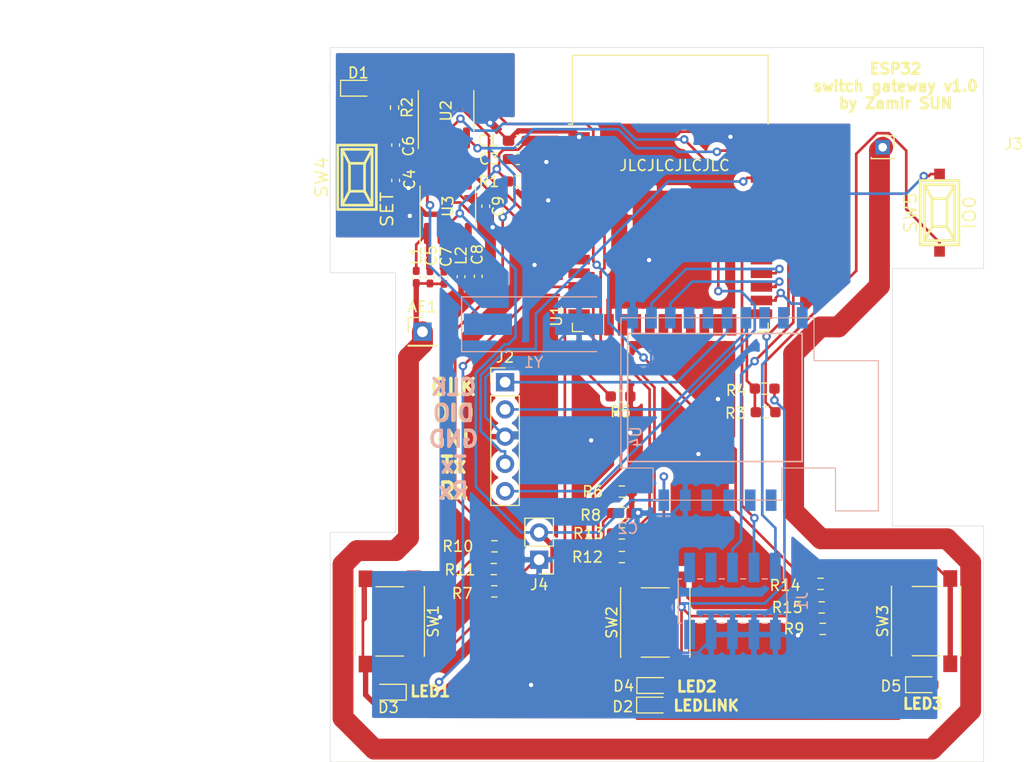
<source format=kicad_pcb>
(kicad_pcb (version 20171130) (host pcbnew 5.1.12-1.fc35)
  (layers (0 F.Cu signal) (31 B.Cu signal) (34 B.Paste user) (35 F.Paste user) (36 B.SilkS user) (37 F.SilkS user) (38 B.Mask user) (39 F.Mask user) (44 Edge.Cuts user))
  (net 0 "")
  (net 1 "Net-(AE1-Pad1)")
  (net 2 GND)
  (net 3 /3V3)
  (net 4 "Net-(C3-Pad1)")
  (net 5 "Net-(C7-Pad1)")
  (net 6 "Net-(C8-Pad1)")
  (net 7 "Net-(C9-Pad2)")
  (net 8 "Net-(D1-Pad2)")
  (net 9 /433_SET)
  (net 10 /LEDLINK)
  (net 11 "Net-(D2-Pad1)")
  (net 12 /LED3)
  (net 13 "Net-(D3-Pad1)")
  (net 14 /LED2)
  (net 15 "Net-(D4-Pad1)")
  (net 16 /LED1)
  (net 17 "Net-(D5-Pad1)")
  (net 18 /RX0)
  (net 19 /TX0)
  (net 20 /SWDIO)
  (net 21 /SWCLK)
  (net 22 "Net-(R3-Pad2)")
  (net 23 "Net-(R3-Pad1)")
  (net 24 "Net-(R5-Pad2)")
  (net 25 "Net-(R10-Pad2)")
  (net 26 "Net-(R12-Pad2)")
  (net 27 /EFR_RX)
  (net 28 /EFR_TX)
  (net 29 /EFR_RST)
  (net 30 /RF_DATA)
  (net 31 "Net-(U3-Pad8)")
  (net 32 "Net-(R14-Pad2)")
  (net 33 /433_P2)
  (net 34 /433_P1)
  (net 35 /433_P0)
  (net 36 /IO18)
  (net 37 /IO19)
  (net 38 /IO21)
  (module RF_Module:ESP32-WROOM-32 (layer F.Cu) (at 81.7 56.6)
    (fp_text reference U1 (at -10.61 8.43 90) (layer F.SilkS))
    (fp_text value ESP32-WROOM-32)
    (pad 38 smd rect (at 8.5 -8.255) (size 2 0.9) (layers F.Cu F.Paste F.Mask) (net 2 GND))
    (pad 37 smd rect (at 8.5 -6.985) (size 2 0.9) (layers F.Cu F.Paste F.Mask) (net 35 /433_P0))
    (pad 36 smd rect (at 8.5 -5.715) (size 2 0.9) (layers F.Cu F.Paste F.Mask) (net 9 /433_SET))
    (pad 35 smd rect (at 8.5 -4.445) (size 2 0.9) (layers F.Cu F.Paste F.Mask) (net 19 /TX0))
    (pad 34 smd rect (at 8.5 -3.175) (size 2 0.9) (layers F.Cu F.Paste F.Mask) (net 18 /RX0))
    (pad 33 smd rect (at 8.5 -1.905) (size 2 0.9) (layers F.Cu F.Paste F.Mask) (net 38 /IO21))
    (pad 32 smd rect (at 8.5 -0.635) (size 2 0.9) (layers F.Cu F.Paste F.Mask))
    (pad 31 smd rect (at 8.5 0.635) (size 2 0.9) (layers F.Cu F.Paste F.Mask) (net 37 /IO19))
    (pad 30 smd rect (at 8.5 1.905) (size 2 0.9) (layers F.Cu F.Paste F.Mask) (net 36 /IO18))
    (pad 29 smd rect (at 8.5 3.175) (size 2 0.9) (layers F.Cu F.Paste F.Mask))
    (pad 28 smd rect (at 8.5 4.445) (size 2 0.9) (layers F.Cu F.Paste F.Mask) (net 27 /EFR_RX))
    (pad 27 smd rect (at 8.5 5.715) (size 2 0.9) (layers F.Cu F.Paste F.Mask) (net 28 /EFR_TX))
    (pad 26 smd rect (at 8.5 6.985) (size 2 0.9) (layers F.Cu F.Paste F.Mask) (net 29 /EFR_RST))
    (pad 25 smd rect (at 8.5 8.255) (size 2 0.9) (layers F.Cu F.Paste F.Mask) (net 23 "Net-(R3-Pad1)"))
    (pad 24 smd rect (at 5.715 9.255 90) (size 2 0.9) (layers F.Cu F.Paste F.Mask))
    (pad 23 smd rect (at 4.445 9.255 90) (size 2 0.9) (layers F.Cu F.Paste F.Mask))
    (pad 22 smd rect (at 3.175 9.255 90) (size 2 0.9) (layers F.Cu F.Paste F.Mask))
    (pad 21 smd rect (at 1.905 9.255 90) (size 2 0.9) (layers F.Cu F.Paste F.Mask))
    (pad 20 smd rect (at 0.635 9.255 90) (size 2 0.9) (layers F.Cu F.Paste F.Mask))
    (pad 19 smd rect (at -0.635 9.255 90) (size 2 0.9) (layers F.Cu F.Paste F.Mask))
    (pad 18 smd rect (at -1.905 9.255 90) (size 2 0.9) (layers F.Cu F.Paste F.Mask))
    (pad 17 smd rect (at -3.175 9.255 90) (size 2 0.9) (layers F.Cu F.Paste F.Mask))
    (pad 16 smd rect (at -4.445 9.255 90) (size 2 0.9) (layers F.Cu F.Paste F.Mask) (net 10 /LEDLINK))
    (pad 15 smd rect (at -5.715 9.255 90) (size 2 0.9) (layers F.Cu F.Paste F.Mask) (net 2 GND))
    (pad 14 smd rect (at -8.5 8.255) (size 2 0.9) (layers F.Cu F.Paste F.Mask) (net 24 "Net-(R5-Pad2)"))
    (pad 13 smd rect (at -8.5 6.985) (size 2 0.9) (layers F.Cu F.Paste F.Mask) (net 12 /LED3))
    (pad 12 smd rect (at -8.5 5.715) (size 2 0.9) (layers F.Cu F.Paste F.Mask) (net 16 /LED1))
    (pad 11 smd rect (at -8.5 4.445) (size 2 0.9) (layers F.Cu F.Paste F.Mask) (net 14 /LED2))
    (pad 10 smd rect (at -8.5 3.175) (size 2 0.9) (layers F.Cu F.Paste F.Mask) (net 30 /RF_DATA))
    (pad 9 smd rect (at -8.5 1.905) (size 2 0.9) (layers F.Cu F.Paste F.Mask))
    (pad 8 smd rect (at -8.5 0.635) (size 2 0.9) (layers F.Cu F.Paste F.Mask))
    (pad 7 smd rect (at -8.5 -0.635) (size 2 0.9) (layers F.Cu F.Paste F.Mask) (net 33 /433_P2))
    (pad 6 smd rect (at -8.5 -1.905) (size 2 0.9) (layers F.Cu F.Paste F.Mask) (net 34 /433_P1))
    (pad 5 smd rect (at -8.5 -3.175) (size 2 0.9) (layers F.Cu F.Paste F.Mask))
    (pad 4 smd rect (at -8.5 -4.445) (size 2 0.9) (layers F.Cu F.Paste F.Mask))
    (pad 3 smd rect (at -8.5 -5.715) (size 2 0.9) (layers F.Cu F.Paste F.Mask) (net 4 "Net-(C3-Pad1)"))
    (pad 2 smd rect (at -8.5 -6.985) (size 2 0.9) (layers F.Cu F.Paste F.Mask) (net 3 /3V3))
    (pad 1 smd rect (at -8.5 -8.255) (size 2 0.9) (layers F.Cu F.Paste F.Mask) (net 2 GND))
    (pad 39 smd rect (at -1 -0.755) (size 5 5) (layers F.Cu F.Paste F.Mask) (net 2 GND))
  )
  (module Connector_PinHeader_2.54mm:PinHeader_1x02_P2.54mm_Vertical (layer F.Cu) (at 69.475 87.75 180)
    (fp_text reference J4 (at 0 -2.33) (layer F.SilkS))
    (fp_text value Power)
    (pad 2 thru_hole oval (at 0 2.54 180) (size 1.7 1.7) (drill 1) (layers *.Cu *.Mask) (net 3 /3V3))
    (pad 1 thru_hole rect (at 0 0 180) (size 1.7 1.7) (drill 1) (layers *.Cu *.Mask) (net 2 GND))
  )
  (module Connector_PinHeader_2.54mm:PinHeader_1x05_P2.54mm_Vertical (layer F.Cu) (at 66.3 71.2)
    (fp_text reference J2 (at 0 -2.33) (layer F.SilkS))
    (fp_text value UART)
    (pad 5 thru_hole oval (at 0 10.16) (size 1.7 1.7) (drill 1) (layers *.Cu *.Mask) (net 18 /RX0))
    (pad 4 thru_hole oval (at 0 7.62) (size 1.7 1.7) (drill 1) (layers *.Cu *.Mask) (net 19 /TX0))
    (pad 3 thru_hole oval (at 0 5.08) (size 1.7 1.7) (drill 1) (layers *.Cu *.Mask) (net 2 GND))
    (pad 2 thru_hole oval (at 0 2.54) (size 1.7 1.7) (drill 1) (layers *.Cu *.Mask) (net 20 /SWDIO))
    (pad 1 thru_hole rect (at 0 0) (size 1.7 1.7) (drill 1) (layers *.Cu *.Mask) (net 21 /SWCLK))
  )
  (module Connector_PinSocket_2.00mm:PinSocket_1x01_P2.00mm_Vertical (layer F.Cu) (at 101.5 49.3)
    (fp_text reference J3 (at 12.2 -0.3) (layer F.SilkS))
    (fp_text value RF)
    (pad 1 thru_hole rect (at 0 0) (size 1.35 1.35) (drill 0.8) (layers *.Cu *.Mask) (net 1 "Net-(AE1-Pad1)"))
  )
  (module w_switch:smd_push (layer F.Cu) (at 106.8 55.4 90)
    (fp_text reference SW5 (at 0 -2.70002 90) (layer F.SilkS) (effects (font (size 1.143 1.27) (thickness 0.1524))))
    (fp_text value IO0 (at 0 2.79908 90) (layer F.SilkS) (effects (font (size 1.143 1.27) (thickness 0.1524))))
    (pad 2 smd rect (at 3.59918 0 90) (size 1.00076 1.00076) (layers F.Cu F.Paste F.Mask) (net 2 GND))
    (pad 1 smd rect (at -3.59918 0 90) (size 1.00076 1.00076) (layers F.Cu F.Paste F.Mask) (net 22 "Net-(R3-Pad2)"))
  )
  (module Resistor_SMD:R_0603_1608Metric_Pad0.98x0.95mm_HandSolder (layer F.Cu) (at 95.8125 92.2 180)
    (fp_text reference R15 (at 3.2125 0) (layer F.SilkS))
    (fp_text value 10k)
    (pad 2 smd roundrect (at 0.9125 0 180) (size 0.975 0.95) (layers F.Cu F.Paste F.Mask) (net 33 /433_P2))
    (pad 1 smd roundrect (at -0.9125 0 180) (size 0.975 0.95) (layers F.Cu F.Paste F.Mask) (net 2 GND))
  )
  (module Resistor_SMD:R_0603_1608Metric_Pad0.98x0.95mm_HandSolder (layer F.Cu) (at 95.7125 90)
    (fp_text reference R14 (at -3.3125 0.15) (layer F.SilkS))
    (fp_text value 0R)
    (pad 2 smd roundrect (at 0.9125 0) (size 0.975 0.95) (layers F.Cu F.Paste F.Mask) (net 32 "Net-(R14-Pad2)"))
    (pad 1 smd roundrect (at -0.9125 0) (size 0.975 0.95) (layers F.Cu F.Paste F.Mask) (net 33 /433_P2))
  )
  (module Crystal:Crystal_SMD_HC49-SD (layer B.Cu) (at 68.95 65.8)
    (fp_text reference Y1 (at 0 3.55) (layer B.SilkS) (effects (justify mirror)))
    (fp_text value 6.7458)
    (pad 2 smd rect (at 4.25 0) (size 4.5 2) (layers B.Cu B.Paste B.Mask) (net 2 GND))
    (pad 1 smd rect (at -4.25 0) (size 4.5 2) (layers B.Cu B.Paste B.Mask) (net 31 "Net-(U3-Pad8)"))
  )
  (module IKEA:TRADFRI_PCB2.0 (layer B.Cu) (at 101.1 69.2 90)
    (fp_text reference U4 (at -7.112 -22.606 270) (layer B.SilkS) (effects (justify mirror)))
    (fp_text value TRADFRI)
    (pad 16 smd rect (at 4 -7.1 90) (size 2 1) (layers B.Cu B.Paste B.Mask) (net 29 /EFR_RST))
    (pad 15 smd rect (at 4 -8.85 90) (size 2 1) (layers B.Cu B.Paste B.Mask))
    (pad 14 smd rect (at 4 -10.6 90) (size 2 1) (layers B.Cu B.Paste B.Mask))
    (pad 13 smd rect (at 4 -12.35 90) (size 2 1) (layers B.Cu B.Paste B.Mask) (net 20 /SWDIO))
    (pad 12 smd rect (at 4 -14.1 90) (size 2 1) (layers B.Cu B.Paste B.Mask) (net 21 /SWCLK))
    (pad 11 smd rect (at 4 -15.9 90) (size 2 1) (layers B.Cu B.Paste B.Mask))
    (pad 10 smd rect (at 4 -17.65 90) (size 2 1) (layers B.Cu B.Paste B.Mask))
    (pad 9 smd rect (at 4 -19.4 90) (size 2 1) (layers B.Cu B.Paste B.Mask) (net 28 /EFR_TX))
    (pad 8 smd rect (at 4 -21.15 90) (size 2 1) (layers B.Cu B.Paste B.Mask) (net 27 /EFR_RX))
    (pad 7 smd rect (at 4 -22.9 90) (size 2 1) (layers B.Cu B.Paste B.Mask) (net 2 GND))
    (pad 6 smd rect (at -13 -20 90) (size 2 1) (layers B.Cu B.Paste B.Mask) (net 3 /3V3))
    (pad 5 smd rect (at -13 -18 90) (size 2 1) (layers B.Cu B.Paste B.Mask) (net 2 GND))
    (pad 4 smd rect (at -13 -16.004 90) (size 2 1) (layers B.Cu B.Paste B.Mask))
    (pad 3 smd rect (at -13 -13.95 90) (size 2 1) (layers B.Cu B.Paste B.Mask))
    (pad 2 smd rect (at -13 -11.95 90) (size 2 1) (layers B.Cu B.Paste B.Mask))
    (pad 1 smd rect (at -13 -10 90) (size 2 1) (layers B.Cu B.Paste B.Mask))
  )
  (module Package_SO:SOP-8_3.76x4.96mm_P1.27mm (layer F.Cu) (at 60.965 54.8 90)
    (fp_text reference U3 (at 0 0.01 90) (layer F.SilkS))
    (fp_text value SYN480R)
    (pad 8 smd roundrect (at 2.5375 -1.905 90) (size 1.975 0.65) (layers F.Cu F.Paste F.Mask) (net 31 "Net-(U3-Pad8)"))
    (pad 7 smd roundrect (at 2.5375 -0.635 90) (size 1.975 0.65) (layers F.Cu F.Paste F.Mask) (net 7 "Net-(C9-Pad2)"))
    (pad 6 smd roundrect (at 2.5375 0.635 90) (size 1.975 0.65) (layers F.Cu F.Paste F.Mask) (net 2 GND))
    (pad 5 smd roundrect (at 2.5375 1.905 90) (size 1.975 0.65) (layers F.Cu F.Paste F.Mask) (net 30 /RF_DATA))
    (pad 4 smd roundrect (at -2.5375 1.905 90) (size 1.975 0.65) (layers F.Cu F.Paste F.Mask) (net 6 "Net-(C8-Pad1)"))
    (pad 3 smd roundrect (at -2.5375 0.635 90) (size 1.975 0.65) (layers F.Cu F.Paste F.Mask) (net 3 /3V3))
    (pad 2 smd roundrect (at -2.5375 -0.635 90) (size 1.975 0.65) (layers F.Cu F.Paste F.Mask) (net 5 "Net-(C7-Pad1)"))
    (pad 1 smd roundrect (at -2.5375 -1.905 90) (size 1.975 0.65) (layers F.Cu F.Paste F.Mask) (net 2 GND))
  )
  (module Package_SO:SOP-8_3.76x4.96mm_P1.27mm (layer F.Cu) (at 60.8 45.9 90)
    (fp_text reference U2 (at 0 0 90) (layer F.SilkS))
    (fp_text value RFE271)
    (pad 8 smd roundrect (at 2.5375 -1.905 90) (size 1.975 0.65) (layers F.Cu F.Paste F.Mask) (net 2 GND))
    (pad 7 smd roundrect (at 2.5375 -0.635 90) (size 1.975 0.65) (layers F.Cu F.Paste F.Mask) (net 33 /433_P2))
    (pad 6 smd roundrect (at 2.5375 0.635 90) (size 1.975 0.65) (layers F.Cu F.Paste F.Mask))
    (pad 5 smd roundrect (at 2.5375 1.905 90) (size 1.975 0.65) (layers F.Cu F.Paste F.Mask) (net 34 /433_P1))
    (pad 4 smd roundrect (at -2.5375 1.905 90) (size 1.975 0.65) (layers F.Cu F.Paste F.Mask) (net 35 /433_P0))
    (pad 3 smd roundrect (at -2.5375 0.635 90) (size 1.975 0.65) (layers F.Cu F.Paste F.Mask) (net 9 /433_SET))
    (pad 2 smd roundrect (at -2.5375 -0.635 90) (size 1.975 0.65) (layers F.Cu F.Paste F.Mask) (net 30 /RF_DATA))
    (pad 1 smd roundrect (at -2.5375 -1.905 90) (size 1.975 0.65) (layers F.Cu F.Paste F.Mask) (net 3 /3V3))
  )
  (module w_switch:smd_push (layer F.Cu) (at 52.5 52.1 90)
    (fp_text reference SW4 (at 0 -3.3 90) (layer F.SilkS) (effects (font (size 1.143 1.27) (thickness 0.1524))))
    (fp_text value SET (at -3 2.79908 90) (layer F.SilkS) (effects (font (size 1.143 1.27) (thickness 0.1524))))
    (pad 2 smd rect (at 3.59918 0 90) (size 1.00076 1.00076) (layers F.Cu F.Paste F.Mask) (net 9 /433_SET))
    (pad 1 smd rect (at -3.59918 0 90) (size 1.00076 1.00076) (layers F.Cu F.Paste F.Mask) (net 2 GND))
  )
  (module Button_Switch_SMD:SW_Push_1P1T_NO_6x6mm_H9.5mm (layer F.Cu) (at 105.55 93.475 90)
    (fp_text reference SW3 (at 0 -4.05 90) (layer F.SilkS))
    (fp_text value SW3)
    (pad 2 smd rect (at 3.975 2.25 90) (size 1.55 1.3) (layers F.Cu F.Paste F.Mask) (net 3 /3V3))
    (pad 1 smd rect (at 3.975 -2.25 90) (size 1.55 1.3) (layers F.Cu F.Paste F.Mask) (net 32 "Net-(R14-Pad2)"))
    (pad 1 smd rect (at -3.975 -2.25 90) (size 1.55 1.3) (layers F.Cu F.Paste F.Mask) (net 32 "Net-(R14-Pad2)"))
    (pad 2 smd rect (at -3.975 2.25 90) (size 1.55 1.3) (layers F.Cu F.Paste F.Mask) (net 3 /3V3))
  )
  (module Button_Switch_SMD:SW_Push_1P1T_NO_6x6mm_H9.5mm (layer F.Cu) (at 80.3 93.6 90)
    (fp_text reference SW2 (at 0 -4.05 90) (layer F.SilkS))
    (fp_text value SW2)
    (pad 2 smd rect (at 3.975 2.25 90) (size 1.55 1.3) (layers F.Cu F.Paste F.Mask) (net 3 /3V3))
    (pad 1 smd rect (at 3.975 -2.25 90) (size 1.55 1.3) (layers F.Cu F.Paste F.Mask) (net 26 "Net-(R12-Pad2)"))
    (pad 1 smd rect (at -3.975 -2.25 90) (size 1.55 1.3) (layers F.Cu F.Paste F.Mask) (net 26 "Net-(R12-Pad2)"))
    (pad 2 smd rect (at -3.975 2.25 90) (size 1.55 1.3) (layers F.Cu F.Paste F.Mask) (net 3 /3V3))
  )
  (module Button_Switch_SMD:SW_Push_1P1T_NO_6x6mm_H9.5mm (layer F.Cu) (at 55.55 93.5 270)
    (fp_text reference SW1 (at 0 -4.05 90) (layer F.SilkS))
    (fp_text value SW1)
    (pad 2 smd rect (at 3.975 2.25 270) (size 1.55 1.3) (layers F.Cu F.Paste F.Mask) (net 3 /3V3))
    (pad 1 smd rect (at 3.975 -2.25 270) (size 1.55 1.3) (layers F.Cu F.Paste F.Mask) (net 25 "Net-(R10-Pad2)"))
    (pad 1 smd rect (at -3.975 -2.25 270) (size 1.55 1.3) (layers F.Cu F.Paste F.Mask) (net 25 "Net-(R10-Pad2)"))
    (pad 2 smd rect (at -3.975 2.25 270) (size 1.55 1.3) (layers F.Cu F.Paste F.Mask) (net 3 /3V3))
  )
  (module Resistor_SMD:R_0603_1608Metric_Pad0.98x0.95mm_HandSolder (layer F.Cu) (at 77.1875 85.3)
    (fp_text reference R13 (at -3.1125 0) (layer F.SilkS))
    (fp_text value 10k)
    (pad 2 smd roundrect (at 0.9125 0) (size 0.975 0.95) (layers F.Cu F.Paste F.Mask) (net 34 /433_P1))
    (pad 1 smd roundrect (at -0.9125 0) (size 0.975 0.95) (layers F.Cu F.Paste F.Mask) (net 2 GND))
  )
  (module Resistor_SMD:R_0603_1608Metric_Pad0.98x0.95mm_HandSolder (layer F.Cu) (at 77.1875 87.5)
    (fp_text reference R12 (at -3.2125 0) (layer F.SilkS))
    (fp_text value 0R)
    (pad 2 smd roundrect (at 0.9125 0) (size 0.975 0.95) (layers F.Cu F.Paste F.Mask) (net 26 "Net-(R12-Pad2)"))
    (pad 1 smd roundrect (at -0.9125 0) (size 0.975 0.95) (layers F.Cu F.Paste F.Mask) (net 34 /433_P1))
  )
  (module Resistor_SMD:R_0603_1608Metric_Pad0.98x0.95mm_HandSolder (layer F.Cu) (at 65.25 88.62)
    (fp_text reference R11 (at -3.15 0.08) (layer F.SilkS))
    (fp_text value 10k)
    (pad 2 smd roundrect (at 0.9125 0) (size 0.975 0.95) (layers F.Cu F.Paste F.Mask) (net 35 /433_P0))
    (pad 1 smd roundrect (at -0.9125 0) (size 0.975 0.95) (layers F.Cu F.Paste F.Mask) (net 2 GND))
  )
  (module Resistor_SMD:R_0603_1608Metric_Pad0.98x0.95mm_HandSolder (layer F.Cu) (at 65.3125 86.5 180)
    (fp_text reference R10 (at 3.4125 0) (layer F.SilkS))
    (fp_text value 0R)
    (pad 2 smd roundrect (at 0.9125 0 180) (size 0.975 0.95) (layers F.Cu F.Paste F.Mask) (net 25 "Net-(R10-Pad2)"))
    (pad 1 smd roundrect (at -0.9125 0 180) (size 0.975 0.95) (layers F.Cu F.Paste F.Mask) (net 35 /433_P0))
  )
  (module Resistor_SMD:R_0603_1608Metric_Pad0.98x0.95mm_HandSolder (layer F.Cu) (at 95.9125 94.2 180)
    (fp_text reference R9 (at 2.6875 0) (layer F.SilkS))
    (fp_text value 2.2k)
    (pad 2 smd roundrect (at 0.9125 0 180) (size 0.975 0.95) (layers F.Cu F.Paste F.Mask) (net 2 GND))
    (pad 1 smd roundrect (at -0.9125 0 180) (size 0.975 0.95) (layers F.Cu F.Paste F.Mask) (net 17 "Net-(D5-Pad1)"))
  )
  (module Resistor_SMD:R_0603_1608Metric_Pad0.98x0.95mm_HandSolder (layer F.Cu) (at 77.1875 83.4)
    (fp_text reference R8 (at -2.9125 0.2) (layer F.SilkS))
    (fp_text value 2.2k)
    (pad 2 smd roundrect (at 0.9125 0) (size 0.975 0.95) (layers F.Cu F.Paste F.Mask) (net 2 GND))
    (pad 1 smd roundrect (at -0.9125 0) (size 0.975 0.95) (layers F.Cu F.Paste F.Mask) (net 15 "Net-(D4-Pad1)"))
  )
  (module Resistor_SMD:R_0603_1608Metric_Pad0.98x0.95mm_HandSolder (layer F.Cu) (at 65.3 90.7)
    (fp_text reference R7 (at -3 0.2) (layer F.SilkS))
    (fp_text value 2.2k)
    (pad 2 smd roundrect (at 0.9125 0) (size 0.975 0.95) (layers F.Cu F.Paste F.Mask) (net 2 GND))
    (pad 1 smd roundrect (at -0.9125 0) (size 0.975 0.95) (layers F.Cu F.Paste F.Mask) (net 13 "Net-(D3-Pad1)"))
  )
  (module Resistor_SMD:R_0603_1608Metric_Pad0.98x0.95mm_HandSolder (layer F.Cu) (at 77.1875 81.4)
    (fp_text reference R6 (at -2.7125 0) (layer F.SilkS))
    (fp_text value 2.2k)
    (pad 2 smd roundrect (at 0.9125 0) (size 0.975 0.95) (layers F.Cu F.Paste F.Mask) (net 2 GND))
    (pad 1 smd roundrect (at -0.9125 0) (size 0.975 0.95) (layers F.Cu F.Paste F.Mask) (net 11 "Net-(D2-Pad1)"))
  )
  (module Resistor_SMD:R_0603_1608Metric_Pad0.98x0.95mm_HandSolder (layer F.Cu) (at 77.0625 72.525 180)
    (fp_text reference R5 (at 0 -1.43) (layer F.SilkS))
    (fp_text value 10k)
    (pad 2 smd roundrect (at 0.9125 0 180) (size 0.975 0.95) (layers F.Cu F.Paste F.Mask) (net 24 "Net-(R5-Pad2)"))
    (pad 1 smd roundrect (at -0.9125 0 180) (size 0.975 0.95) (layers F.Cu F.Paste F.Mask) (net 2 GND))
  )
  (module Resistor_SMD:R_0603_1608Metric_Pad0.98x0.95mm_HandSolder (layer F.Cu) (at 90.5 71.8 180)
    (fp_text reference R4 (at 2.65 -0.175) (layer F.SilkS))
    (fp_text value 10k)
    (pad 2 smd roundrect (at 0.9125 0 180) (size 0.975 0.95) (layers F.Cu F.Paste F.Mask) (net 23 "Net-(R3-Pad1)"))
    (pad 1 smd roundrect (at -0.9125 0 180) (size 0.975 0.95) (layers F.Cu F.Paste F.Mask) (net 3 /3V3))
  )
  (module Resistor_SMD:R_0603_1608Metric_Pad0.98x0.95mm_HandSolder (layer F.Cu) (at 90.5875 74)
    (fp_text reference R3 (at -2.8125 0.1) (layer F.SilkS))
    (fp_text value 470)
    (pad 2 smd roundrect (at 0.9125 0) (size 0.975 0.95) (layers F.Cu F.Paste F.Mask) (net 22 "Net-(R3-Pad2)"))
    (pad 1 smd roundrect (at -0.9125 0) (size 0.975 0.95) (layers F.Cu F.Paste F.Mask) (net 23 "Net-(R3-Pad1)"))
  )
  (module Resistor_SMD:R_0402_1005Metric_Pad0.72x0.64mm_HandSolder (layer F.Cu) (at 56 45.6 270)
    (fp_text reference R2 (at 0 -1.17 90) (layer F.SilkS))
    (fp_text value 2.2k)
    (pad 2 smd roundrect (at 0.5975 0 270) (size 0.715 0.64) (layers F.Cu F.Paste F.Mask) (net 3 /3V3))
    (pad 1 smd roundrect (at -0.5975 0 270) (size 0.715 0.64) (layers F.Cu F.Paste F.Mask) (net 8 "Net-(D1-Pad2)"))
  )
  (module Resistor_SMD:R_0603_1608Metric_Pad0.98x0.95mm_HandSolder (layer F.Cu) (at 67.4875 52.49)
    (fp_text reference R1 (at -2.6875 0.01) (layer F.SilkS))
    (fp_text value 10k)
    (pad 2 smd roundrect (at 0.9125 0) (size 0.975 0.95) (layers F.Cu F.Paste F.Mask) (net 4 "Net-(C3-Pad1)"))
    (pad 1 smd roundrect (at -0.9125 0) (size 0.975 0.95) (layers F.Cu F.Paste F.Mask) (net 3 /3V3))
  )
  (module Inductor_SMD:L_0402_1005Metric_Pad0.77x0.64mm_HandSolder (layer F.Cu) (at 62.2 61.3725 90)
    (fp_text reference L2 (at 1.9725 0 90) (layer F.SilkS))
    (fp_text value 68nH)
    (pad 2 smd roundrect (at 0.5725 0 90) (size 0.765 0.64) (layers F.Cu F.Paste F.Mask) (net 5 "Net-(C7-Pad1)"))
    (pad 1 smd roundrect (at -0.5725 0 90) (size 0.765 0.64) (layers F.Cu F.Paste F.Mask) (net 2 GND))
  )
  (module Inductor_SMD:L_0402_1005Metric_Pad0.77x0.64mm_HandSolder (layer F.Cu) (at 58.02 61.4 270)
    (fp_text reference L1 (at -2 0.02 90) (layer F.SilkS))
    (fp_text value 39nH)
    (pad 2 smd roundrect (at 0.5725 0 270) (size 0.765 0.64) (layers F.Cu F.Paste F.Mask) (net 1 "Net-(AE1-Pad1)"))
    (pad 1 smd roundrect (at -0.5725 0 270) (size 0.765 0.64) (layers F.Cu F.Paste F.Mask) (net 2 GND))
  )
  (module Connector_PinSocket_2.00mm:PinSocket_2x05_P2.00mm_Vertical_SMD (layer B.Cu) (at 87.5 91.6 90)
    (fp_text reference J1 (at 0 6.5 270) (layer B.SilkS) (effects (justify mirror)))
    (fp_text value Conn_02x05_Odd_Even)
    (pad 1 smd rect (at 3.125 4 90) (size 2.75 1) (layers B.Cu B.Paste B.Mask) (net 36 /IO18))
    (pad 2 smd rect (at -3.125 4 90) (size 2.75 1) (layers B.Cu B.Paste B.Mask) (net 2 GND))
    (pad 3 smd rect (at 3.125 2 90) (size 2.75 1) (layers B.Cu B.Paste B.Mask) (net 37 /IO19))
    (pad 4 smd rect (at -3.125 2 90) (size 2.75 1) (layers B.Cu B.Paste B.Mask) (net 2 GND))
    (pad 5 smd rect (at 3.125 0 90) (size 2.75 1) (layers B.Cu B.Paste B.Mask) (net 38 /IO21))
    (pad 6 smd rect (at -3.125 0 90) (size 2.75 1) (layers B.Cu B.Paste B.Mask) (net 2 GND))
    (pad 7 smd rect (at 3.125 -2 90) (size 2.75 1) (layers B.Cu B.Paste B.Mask))
    (pad 8 smd rect (at -3.125 -2 90) (size 2.75 1) (layers B.Cu B.Paste B.Mask) (net 2 GND))
    (pad 9 smd rect (at 3.125 -4 90) (size 2.75 1) (layers B.Cu B.Paste B.Mask))
    (pad 10 smd rect (at -3.125 -4 90) (size 2.75 1) (layers B.Cu B.Paste B.Mask) (net 3 /3V3))
  )
  (module LED_SMD:LED_0603_1608Metric_Pad1.05x0.95mm_HandSolder (layer F.Cu) (at 105.3 99.4)
    (fp_text reference D5 (at -3.025 0.125) (layer F.SilkS))
    (fp_text value LED3 (at -0.05 1.775) (layer F.SilkS) (effects (font (thickness 0.25))))
    (pad 2 smd roundrect (at 0.875 0) (size 1.05 0.95) (layers F.Cu F.Paste F.Mask) (net 12 /LED3))
    (pad 1 smd roundrect (at -0.875 0) (size 1.05 0.95) (layers F.Cu F.Paste F.Mask) (net 17 "Net-(D5-Pad1)"))
  )
  (module LED_SMD:LED_0603_1608Metric_Pad1.05x0.95mm_HandSolder (layer F.Cu) (at 80.25 99.475)
    (fp_text reference D4 (at -2.9 0.05) (layer F.SilkS))
    (fp_text value LED2 (at 3.925 0.1) (layer F.SilkS) (effects (font (thickness 0.25))))
    (pad 2 smd roundrect (at 0.875 0) (size 1.05 0.95) (layers F.Cu F.Paste F.Mask) (net 14 /LED2))
    (pad 1 smd roundrect (at -0.875 0) (size 1.05 0.95) (layers F.Cu F.Paste F.Mask) (net 15 "Net-(D4-Pad1)"))
  )
  (module LED_SMD:LED_0603_1608Metric_Pad1.05x0.95mm_HandSolder (layer F.Cu) (at 55.425 100.1 180)
    (fp_text reference D3 (at 0 -1.43) (layer F.SilkS))
    (fp_text value LED1 (at -3.9 0.075) (layer F.SilkS) (effects (font (thickness 0.25))))
    (pad 2 smd roundrect (at 0.875 0 180) (size 1.05 0.95) (layers F.Cu F.Paste F.Mask) (net 16 /LED1))
    (pad 1 smd roundrect (at -0.875 0 180) (size 1.05 0.95) (layers F.Cu F.Paste F.Mask) (net 13 "Net-(D3-Pad1)"))
  )
  (module LED_SMD:LED_0603_1608Metric_Pad1.05x0.95mm_HandSolder (layer F.Cu) (at 80.225 101.3)
    (fp_text reference D2 (at -2.95 0.15) (layer F.SilkS))
    (fp_text value LEDLINK (at 4.825 0.05) (layer F.SilkS) (effects (font (thickness 0.25))))
    (pad 2 smd roundrect (at 0.875 0) (size 1.05 0.95) (layers F.Cu F.Paste F.Mask) (net 10 /LEDLINK))
    (pad 1 smd roundrect (at -0.875 0) (size 1.05 0.95) (layers F.Cu F.Paste F.Mask) (net 11 "Net-(D2-Pad1)"))
  )
  (module LED_SMD:LED_0603_1608Metric_Pad1.05x0.95mm_HandSolder (layer F.Cu) (at 52.625 43.8)
    (fp_text reference D1 (at 0 -1.43) (layer F.SilkS))
    (fp_text value VT)
    (pad 2 smd roundrect (at 0.875 0) (size 1.05 0.95) (layers F.Cu F.Paste F.Mask) (net 8 "Net-(D1-Pad2)"))
    (pad 1 smd roundrect (at -0.875 0) (size 1.05 0.95) (layers F.Cu F.Paste F.Mask) (net 9 /433_SET))
  )
  (module Capacitor_SMD:C_0402_1005Metric_Pad0.74x0.62mm_HandSolder (layer F.Cu) (at 64.5 54.8 270)
    (fp_text reference C9 (at 0 -1.16 90) (layer F.SilkS))
    (fp_text value NC/4.7uF)
    (pad 2 smd roundrect (at 0.5675 0 270) (size 0.735 0.62) (layers F.Cu F.Paste F.Mask) (net 7 "Net-(C9-Pad2)"))
    (pad 1 smd roundrect (at -0.5675 0 270) (size 0.735 0.62) (layers F.Cu F.Paste F.Mask) (net 2 GND))
  )
  (module Capacitor_SMD:C_0402_1005Metric_Pad0.74x0.62mm_HandSolder (layer F.Cu) (at 63.8 61.3325 270)
    (fp_text reference C8 (at -2.0325 0.1 90) (layer F.SilkS))
    (fp_text value 47nF)
    (pad 2 smd roundrect (at 0.5675 0 270) (size 0.735 0.62) (layers F.Cu F.Paste F.Mask) (net 2 GND))
    (pad 1 smd roundrect (at -0.5675 0 270) (size 0.735 0.62) (layers F.Cu F.Paste F.Mask) (net 6 "Net-(C8-Pad1)"))
  )
  (module Capacitor_SMD:C_0402_1005Metric_Pad0.74x0.62mm_HandSolder (layer F.Cu) (at 60.6 61.4675 270)
    (fp_text reference C7 (at -1.9675 -0.2 90) (layer F.SilkS))
    (fp_text value 1.5pF)
    (pad 2 smd roundrect (at 0.5675 0 270) (size 0.735 0.62) (layers F.Cu F.Paste F.Mask) (net 1 "Net-(AE1-Pad1)"))
    (pad 1 smd roundrect (at -0.5675 0 270) (size 0.735 0.62) (layers F.Cu F.Paste F.Mask) (net 5 "Net-(C7-Pad1)"))
  )
  (module Capacitor_SMD:C_0402_1005Metric_Pad0.74x0.62mm_HandSolder (layer F.Cu) (at 56.1 49.1 90)
    (fp_text reference C6 (at -0.1 1.2 90) (layer F.SilkS))
    (fp_text value 4.7uF)
    (pad 2 smd roundrect (at 0.5675 0 90) (size 0.735 0.62) (layers F.Cu F.Paste F.Mask) (net 3 /3V3))
    (pad 1 smd roundrect (at -0.5675 0 90) (size 0.735 0.62) (layers F.Cu F.Paste F.Mask) (net 2 GND))
  )
  (module Capacitor_SMD:C_0402_1005Metric_Pad0.74x0.62mm_HandSolder (layer F.Cu) (at 59.3 61.4325 270)
    (fp_text reference C5 (at -2.0325 -0.1 90) (layer F.SilkS))
    (fp_text value 6.8pF)
    (pad 2 smd roundrect (at 0.5675 0 270) (size 0.735 0.62) (layers F.Cu F.Paste F.Mask) (net 1 "Net-(AE1-Pad1)"))
    (pad 1 smd roundrect (at -0.5675 0 270) (size 0.735 0.62) (layers F.Cu F.Paste F.Mask) (net 2 GND))
  )
  (module Capacitor_SMD:C_0402_1005Metric_Pad0.74x0.62mm_HandSolder (layer F.Cu) (at 56.1 52.4 90)
    (fp_text reference C4 (at 0.1 1.3 90) (layer F.SilkS))
    (fp_text value 10nF)
    (pad 2 smd roundrect (at 0.5675 0 90) (size 0.735 0.62) (layers F.Cu F.Paste F.Mask) (net 3 /3V3))
    (pad 1 smd roundrect (at -0.5675 0 90) (size 0.735 0.62) (layers F.Cu F.Paste F.Mask) (net 2 GND))
  )
  (module Capacitor_SMD:C_0603_1608Metric_Pad1.08x0.95mm_HandSolder (layer F.Cu) (at 67.4875 50.4)
    (fp_text reference C3 (at -2.6625 0) (layer F.SilkS))
    (fp_text value 1uF)
    (pad 2 smd roundrect (at 0.8625 0) (size 1.075 0.95) (layers F.Cu F.Paste F.Mask) (net 2 GND))
    (pad 1 smd roundrect (at -0.8625 0) (size 1.075 0.95) (layers F.Cu F.Paste F.Mask) (net 4 "Net-(C3-Pad1)"))
  )
  (module Capacitor_SMD:C_0603_1608Metric_Pad1.08x0.95mm_HandSolder (layer B.Cu) (at 77.7375 83.4)
    (fp_text reference C2 (at 0 1.43) (layer B.SilkS) (effects (justify mirror)))
    (fp_text value 0.1uF)
    (pad 2 smd roundrect (at 0.8625 0) (size 1.075 0.95) (layers B.Cu B.Paste B.Mask) (net 2 GND))
    (pad 1 smd roundrect (at -0.8625 0) (size 1.075 0.95) (layers B.Cu B.Paste B.Mask) (net 3 /3V3))
  )
  (module Capacitor_SMD:C_0603_1608Metric_Pad1.08x0.95mm_HandSolder (layer F.Cu) (at 67.4875 48.7 180)
    (fp_text reference C1 (at 2.8 0) (layer F.SilkS))
    (fp_text value 22uF)
    (pad 2 smd roundrect (at 0.8625 0 180) (size 1.075 0.95) (layers F.Cu F.Paste F.Mask) (net 2 GND))
    (pad 1 smd roundrect (at -0.8625 0 180) (size 1.075 0.95) (layers F.Cu F.Paste F.Mask) (net 3 /3V3))
  )
  (module Connector_PinHeader_2.54mm:PinHeader_1x01_P2.54mm_Vertical (layer F.Cu) (at 58.6 66.5)
    (fp_text reference AE1 (at 0 -2.33) (layer F.SilkS))
    (fp_text value 433M)
    (pad 1 thru_hole rect (at 0 0) (size 1.7 1.7) (drill 1) (layers *.Cu *.Mask) (net 1 "Net-(AE1-Pad1)"))
  )
  (gr_text "CLK\nDIO\nGND\nTx\nRx" (at 61.5 76.5) (layer B.SilkS) (effects (font (size 1.5 1.5) (thickness 0.325)) (justify mirror)))
  (gr_text "CLK\nDIO\nGND\nTx\nRx" (at 61.5 76.5) (layer F.SilkS) (effects (font (size 1.5 1.5) (thickness 0.325))))
  (gr_text "ESP32\nswitch gateway v1.0\nby Zamir SUN" (at 102.7 43.6) (layer F.SilkS) (effects (font (size 1 1) (thickness 0.25))))
  (gr_text JLCJLCJLCJLC (at 82.1 51) (layer F.SilkS) (effects (font (size 1 1))))
  (gr_line (start 50 61) (end 50 40) (layer Edge.Cuts) (width 0.05))
  (gr_line (start 56.1 61) (end 50 61) (layer Edge.Cuts) (width 0.05))
  (gr_line (start 56.1 85.2) (end 56.1 61) (layer Edge.Cuts) (width 0.05))
  (gr_line (start 50 85.2) (end 56.1 85.2) (layer Edge.Cuts) (width 0.05))
  (gr_line (start 50 106.6) (end 50 85.2) (layer Edge.Cuts) (width 0.05))
  (gr_line (start 110.9 106.6) (end 50 106.6) (layer Edge.Cuts) (width 0.05))
  (gr_line (start 110.9 84.6) (end 110.9 106.6) (layer Edge.Cuts) (width 0.05))
  (gr_line (start 102.4 84.6) (end 110.9 84.6) (layer Edge.Cuts) (width 0.05))
  (gr_line (start 102.4 60.6) (end 102.4 84.6) (layer Edge.Cuts) (width 0.05))
  (gr_line (start 110.9 60.6) (end 102.4 60.6) (layer Edge.Cuts) (width 0.05))
  (gr_line (start 110.9 40) (end 110.9 60.6) (layer Edge.Cuts) (width 0.05))
  (gr_line (start 50 40) (end 110.9 40) (layer Edge.Cuts) (width 0.05))
  (segment (start 101.5 49.3) (end 101.203 49.5972) (width 1.9444) (layer F.Cu) (net 1))
  (segment (start 101.203 49.5972) (end 101.203 62.2239) (width 1.9444) (layer F.Cu) (net 1))
  (segment (start 101.203 62.2239) (end 97.3796 66.0472) (width 1.9444) (layer F.Cu) (net 1))
  (segment (start 97.3796 66.0472) (end 95.6952 66.0472) (width 1.9444) (layer F.Cu) (net 1))
  (segment (start 95.6952 66.0472) (end 93.2 68.5423) (width 1.9444) (layer F.Cu) (net 1))
  (segment (start 93.2 68.5423) (end 93.2 83.2577) (width 1.9444) (layer F.Cu) (net 1))
  (segment (start 93.2 83.2577) (end 95.7395 85.7972) (width 1.9444) (layer F.Cu) (net 1))
  (segment (start 95.7395 85.7972) (end 107.497 85.7972) (width 1.9444) (layer F.Cu) (net 1))
  (segment (start 107.497 85.7972) (end 109.703 88.0028) (width 1.9444) (layer F.Cu) (net 1))
  (segment (start 109.703 88.0028) (end 109.703 101.797) (width 1.9444) (layer F.Cu) (net 1))
  (segment (start 109.703 101.797) (end 106.097 105.403) (width 1.9444) (layer F.Cu) (net 1))
  (segment (start 106.097 105.403) (end 54.1028 105.403) (width 1.9444) (layer F.Cu) (net 1))
  (segment (start 54.1028 105.403) (end 51.1972 102.497) (width 1.9444) (layer F.Cu) (net 1))
  (segment (start 51.1972 102.497) (end 51.1972 88.2028) (width 1.9444) (layer F.Cu) (net 1))
  (segment (start 51.1972 88.2028) (end 52.5 86.9) (width 1.9444) (layer F.Cu) (net 1))
  (segment (start 52.5 86.9) (end 56.093 86.9) (width 1.9444) (layer F.Cu) (net 1))
  (segment (start 56.093 86.9) (end 57.2972 85.6959) (width 1.9444) (layer F.Cu) (net 1))
  (segment (start 57.2972 85.6959) (end 57.2972 68.9028) (width 1.9444) (layer F.Cu) (net 1))
  (segment (start 57.2972 68.9028) (end 58.6 67.6) (width 1.9444) (layer F.Cu) (net 1))
  (segment (start 58.6 67.6) (end 58.6 66.5) (width 1.9444) (layer F.Cu) (net 1))
  (segment (start 60.6 62.035) (end 59.335 62.035) (width 0.25) (layer F.Cu) (net 1))
  (segment (start 59.335 62.035) (end 59.3 62) (width 0.25) (layer F.Cu) (net 1))
  (segment (start 59.3 62) (end 58.0475 62) (width 0.25) (layer F.Cu) (net 1))
  (segment (start 58.0475 62) (end 58.02 61.9725) (width 0.25) (layer F.Cu) (net 1))
  (segment (start 58.02 65.92) (end 58.6 66.5) (width 0.5) (layer F.Cu) (net 1))
  (segment (start 58.02 61.9725) (end 58.02 65.92) (width 0.5) (layer F.Cu) (net 1))
  (via (at 93.6 94.8) (size 0.8) (drill 0.4) (layers F.Cu B.Cu) (net 2))
  (via (at 78.7 83.375) (size 0.8) (drill 0.4) (layers F.Cu B.Cu) (net 2))
  (via (at 64.9 47.025) (size 0.8) (drill 0.4) (layers F.Cu B.Cu) (net 2))
  (via (at 70.15 50.675) (size 0.8) (drill 0.4) (layers F.Cu B.Cu) (net 2))
  (segment (start 106.8 51.8008) (end 105.9743 51.8008) (width 0.25) (layer F.Cu) (net 2))
  (segment (start 105.331 51.9941) (end 105.781 51.9941) (width 0.25) (layer F.Cu) (net 2))
  (segment (start 105.781 51.9941) (end 105.9743 51.8008) (width 0.25) (layer F.Cu) (net 2))
  (segment (start 96.8253 53.6297) (end 103.6954 53.6297) (width 0.25) (layer B.Cu) (net 2))
  (segment (start 103.6954 53.6297) (end 105.331 51.9941) (width 0.25) (layer B.Cu) (net 2))
  (segment (start 55.465 50.3025) (end 52.5 53.2675) (width 0.5) (layer F.Cu) (net 2))
  (segment (start 52.5 53.2675) (end 52.5 55.6992) (width 0.5) (layer F.Cu) (net 2))
  (segment (start 56.1 49.6675) (end 55.465 50.3025) (width 0.5) (layer F.Cu) (net 2))
  (segment (start 55.465 50.3025) (end 56.1 49.6675) (width 0.25) (layer F.Cu) (net 2))
  (segment (start 58.895 43.3625) (end 58.0591 42.5266) (width 0.25) (layer F.Cu) (net 2))
  (segment (start 58.0591 42.5266) (end 51.6585 42.5266) (width 0.25) (layer F.Cu) (net 2))
  (segment (start 51.6585 42.5266) (end 50.8966 43.2885) (width 0.25) (layer F.Cu) (net 2))
  (segment (start 50.8966 43.2885) (end 50.8966 48.4202) (width 0.25) (layer F.Cu) (net 2))
  (segment (start 50.8966 48.4202) (end 52.7789 50.3025) (width 0.25) (layer F.Cu) (net 2))
  (segment (start 52.7789 50.3025) (end 55.465 50.3025) (width 0.25) (layer F.Cu) (net 2))
  (segment (start 53.3683 55.6992) (end 57.4217 55.6992) (width 0.25) (layer F.Cu) (net 2))
  (segment (start 53.2008 55.6992) (end 53.3683 55.6992) (width 0.25) (layer F.Cu) (net 2))
  (segment (start 52.5 55.6992) (end 53.2008 55.6992) (width 0.25) (layer F.Cu) (net 2))
  (segment (start 57.3 53.1) (end 57.3 55.5775) (width 0.5) (layer B.Cu) (net 2))
  (segment (start 57.3 55.5775) (end 57.4217 55.6992) (width 0.5) (layer B.Cu) (net 2))
  (segment (start 56.1 52.9675) (end 57.1675 52.9675) (width 0.5) (layer F.Cu) (net 2))
  (segment (start 57.1675 52.9675) (end 57.3 53.1) (width 0.5) (layer F.Cu) (net 2))
  (segment (start 53.2008 55.6992) (end 53.3683 55.6992) (width 0.25) (layer F.Cu) (net 2))
  (segment (start 57.4217 55.6992) (end 59.06 57.3375) (width 0.25) (layer F.Cu) (net 2))
  (segment (start 58.02 60.8275) (end 58.02 58.3775) (width 0.25) (layer F.Cu) (net 2))
  (segment (start 58.02 58.3775) (end 59.06 57.3375) (width 0.25) (layer F.Cu) (net 2))
  (segment (start 59.06 57.3375) (end 59.06 60.625) (width 0.25) (layer F.Cu) (net 2))
  (segment (start 59.06 60.625) (end 59.3 60.865) (width 0.25) (layer F.Cu) (net 2))
  (segment (start 80.7 54.595) (end 80.7 55.845) (width 0.25) (layer F.Cu) (net 2))
  (segment (start 62.2 61.945) (end 63.755 61.945) (width 0.25) (layer F.Cu) (net 2))
  (segment (start 63.755 61.945) (end 63.8 61.9) (width 0.25) (layer F.Cu) (net 2))
  (segment (start 61.6 52.2625) (end 61.6 51.8534) (width 0.25) (layer F.Cu) (net 2))
  (segment (start 61.6 51.8534) (end 60.6669 50.9203) (width 0.25) (layer F.Cu) (net 2))
  (segment (start 60.6669 50.9203) (end 58.1472 50.9203) (width 0.25) (layer F.Cu) (net 2))
  (segment (start 58.1472 50.9203) (end 56.1 52.9675) (width 0.25) (layer F.Cu) (net 2))
  (segment (start 58.895 43.3625) (end 58.895 43.77) (width 0.25) (layer F.Cu) (net 2))
  (segment (start 64.5 54.2325) (end 62.5825 54.2325) (width 0.25) (layer F.Cu) (net 2))
  (segment (start 62.5825 54.2325) (end 61.6 53.25) (width 0.25) (layer F.Cu) (net 2))
  (segment (start 61.6 53.25) (end 61.6 52.2625) (width 0.25) (layer F.Cu) (net 2))
  (segment (start 64.5 54.2325) (end 65.1449 54.8774) (width 0.25) (layer F.Cu) (net 2))
  (segment (start 65.1449 54.8774) (end 65.1449 56.7551) (width 0.25) (layer F.Cu) (net 2))
  (segment (start 65.1449 60.5551) (end 63.8 61.9) (width 0.25) (layer F.Cu) (net 2))
  (via (at 105.331 51.9941) (size 0.8) (layers F.Cu B.Cu) (net 2))
  (via (at 57.4217 55.6992) (size 0.8) (layers F.Cu B.Cu) (net 2))
  (via (at 57.3 53.1) (size 0.8) (layers F.Cu B.Cu) (net 2))
  (segment (start 75.985 63.56) (end 75.985 65.855) (width 0.5) (layer F.Cu) (net 2))
  (segment (start 80.7 58.845) (end 79.7225 59.8225) (width 0.5) (layer F.Cu) (net 2))
  (segment (start 80.7 55.845) (end 80.7 58.845) (width 0.5) (layer F.Cu) (net 2))
  (segment (start 80.7 54.934098) (end 80.7 55.845) (width 0.5) (layer F.Cu) (net 2))
  (segment (start 90.177999 48.322999) (end 87.311099 48.322999) (width 0.5) (layer F.Cu) (net 2))
  (segment (start 90.2 48.345) (end 90.177999 48.322999) (width 0.5) (layer F.Cu) (net 2))
  (segment (start 67.55001 47.77499) (end 66.625 48.7) (width 0.5) (layer F.Cu) (net 2))
  (segment (start 72.62999 47.77499) (end 67.55001 47.77499) (width 0.5) (layer F.Cu) (net 2))
  (segment (start 73.2 48.345) (end 73.2 48.345) (width 0.5) (layer F.Cu) (net 2))
  (segment (start 65.1449 56.7551) (end 65.1449 60.5551) (width 0.25) (layer F.Cu) (net 2))
  (via (at 65.1449 56.7551) (size 0.8) (drill 0.4) (layers F.Cu B.Cu) (net 2))
  (segment (start 87.311099 48.322999) (end 87.311099 48.322999) (width 0.5) (layer F.Cu) (net 2))
  (via (at 87.311099 48.322999) (size 0.8) (drill 0.4) (layers F.Cu B.Cu) (net 2))
  (segment (start 91.518599 48.322999) (end 87.311099 48.322999) (width 0.25) (layer B.Cu) (net 2))
  (segment (start 96.8253 53.6297) (end 91.518599 48.322999) (width 0.25) (layer B.Cu) (net 2))
  (segment (start 77.028101 69.628101) (end 73.2 65.8) (width 0.25) (layer B.Cu) (net 2))
  (segment (start 79.931001 69.251101) (end 79.554001 69.628101) (width 0.25) (layer B.Cu) (net 2))
  (segment (start 79.931001 68.555099) (end 79.931001 69.251101) (width 0.25) (layer B.Cu) (net 2))
  (segment (start 79.554001 69.628101) (end 77.028101 69.628101) (width 0.25) (layer B.Cu) (net 2))
  (segment (start 78.2 66.824098) (end 79.931001 68.555099) (width 0.25) (layer B.Cu) (net 2))
  (segment (start 78.2 65.2) (end 78.2 66.824098) (width 0.25) (layer B.Cu) (net 2))
  (segment (start 79.7225 59.8225) (end 75.985 63.56) (width 0.5) (layer F.Cu) (net 2))
  (via (at 79.7225 59.8225) (size 0.8) (drill 0.4) (layers F.Cu B.Cu) (net 2))
  (segment (start 78.2 61.345) (end 78.2 65.2) (width 0.25) (layer B.Cu) (net 2))
  (segment (start 79.7225 59.8225) (end 78.2 61.345) (width 0.25) (layer B.Cu) (net 2))
  (segment (start 80.7 49.801998) (end 80.7 55.845) (width 0.25) (layer F.Cu) (net 2))
  (segment (start 82.651999 47.849999) (end 80.7 49.801998) (width 0.25) (layer F.Cu) (net 2))
  (segment (start 86.838099 47.849999) (end 82.651999 47.849999) (width 0.25) (layer F.Cu) (net 2))
  (segment (start 87.311099 48.322999) (end 86.838099 47.849999) (width 0.25) (layer F.Cu) (net 2))
  (segment (start 87.311099 49.536903) (end 87.311099 48.322999) (width 0.25) (layer B.Cu) (net 2))
  (segment (start 86.173002 50.675) (end 87.311099 49.536903) (width 0.25) (layer B.Cu) (net 2))
  (segment (start 70.15 50.675) (end 86.173002 50.675) (width 0.25) (layer B.Cu) (net 2))
  (segment (start 68.625 50.675) (end 68.35 50.4) (width 0.25) (layer F.Cu) (net 2))
  (segment (start 70.15 50.675) (end 68.625 50.675) (width 0.25) (layer F.Cu) (net 2))
  (segment (start 57.3 50.407698) (end 57.3 53.1) (width 0.25) (layer B.Cu) (net 2))
  (segment (start 61.792599 45.915099) (end 57.3 50.407698) (width 0.25) (layer B.Cu) (net 2))
  (segment (start 63.790099 45.915099) (end 61.792599 45.915099) (width 0.25) (layer B.Cu) (net 2))
  (segment (start 64.9 47.025) (end 63.790099 45.915099) (width 0.25) (layer B.Cu) (net 2))
  (segment (start 64.95 47.025) (end 66.625 48.7) (width 0.25) (layer F.Cu) (net 2))
  (segment (start 64.9 47.025) (end 64.95 47.025) (width 0.25) (layer F.Cu) (net 2))
  (segment (start 73.2 48.345) (end 72.62999 47.77499) (width 0.5) (layer F.Cu) (net 2))
  (via (at 73.2 48.345) (size 0.8) (drill 0.4) (layers F.Cu B.Cu) (net 2))
  (segment (start 72.48 48.345) (end 70.15 50.675) (width 0.25) (layer B.Cu) (net 2))
  (segment (start 73.2 48.345) (end 72.48 48.345) (width 0.25) (layer B.Cu) (net 2))
  (segment (start 73.2 65.8) (end 72.85 65.8) (width 0.25) (layer B.Cu) (net 2))
  (segment (start 72.85 65.8) (end 68.675 69.975) (width 0.25) (layer B.Cu) (net 2))
  (segment (start 65.239998 69.975) (end 64.475 70.739998) (width 0.25) (layer B.Cu) (net 2))
  (segment (start 68.675 69.975) (end 65.239998 69.975) (width 0.25) (layer B.Cu) (net 2))
  (segment (start 64.475 74.455) (end 66.3 76.28) (width 0.25) (layer B.Cu) (net 2))
  (segment (start 64.475 70.739998) (end 64.475 74.455) (width 0.25) (layer B.Cu) (net 2))
  (segment (start 77.975 81.275) (end 78.1 81.4) (width 0.25) (layer F.Cu) (net 2))
  (segment (start 77.975 72.525) (end 77.975 75.9) (width 0.25) (layer F.Cu) (net 2))
  (segment (start 78.1 81.4) (end 78.1 83.4) (width 0.25) (layer F.Cu) (net 2))
  (segment (start 78.1 83.475) (end 76.275 85.3) (width 0.25) (layer F.Cu) (net 2))
  (segment (start 78.1 83.4) (end 78.1 83.475) (width 0.25) (layer F.Cu) (net 2))
  (segment (start 77.975 75.9) (end 77.975 81.275) (width 0.25) (layer F.Cu) (net 2))
  (via (at 77.975 75.9) (size 0.8) (drill 0.4) (layers F.Cu B.Cu) (net 2))
  (segment (start 66.68 75.9) (end 66.3 76.28) (width 0.25) (layer B.Cu) (net 2))
  (segment (start 77.975 75.9) (end 66.68 75.9) (width 0.25) (layer B.Cu) (net 2))
  (segment (start 66.2125 90.495) (end 64.3375 88.62) (width 0.25) (layer F.Cu) (net 2))
  (segment (start 66.2125 90.7) (end 66.2125 90.495) (width 0.25) (layer F.Cu) (net 2))
  (segment (start 78.125 83.375) (end 78.1 83.4) (width 0.25) (layer F.Cu) (net 2))
  (segment (start 78.7 83.375) (end 78.125 83.375) (width 0.25) (layer F.Cu) (net 2))
  (segment (start 78.725001 83.525001) (end 81.774999 83.525001) (width 0.25) (layer B.Cu) (net 2))
  (segment (start 81.774999 83.525001) (end 83.1 82.2) (width 0.25) (layer B.Cu) (net 2))
  (segment (start 78.6 83.4) (end 78.725001 83.525001) (width 0.25) (layer B.Cu) (net 2))
  (segment (start 85.5 95.185002) (end 85.5 94.725) (width 0.25) (layer B.Cu) (net 2))
  (segment (start 84.260001 96.425001) (end 85.5 95.185002) (width 0.25) (layer B.Cu) (net 2))
  (segment (start 82.739999 96.425001) (end 84.260001 96.425001) (width 0.25) (layer B.Cu) (net 2))
  (segment (start 82.022099 95.707101) (end 82.739999 96.425001) (width 0.25) (layer B.Cu) (net 2))
  (segment (start 82.022099 83.277901) (end 82.022099 95.707101) (width 0.25) (layer B.Cu) (net 2))
  (segment (start 83.1 82.2) (end 82.022099 83.277901) (width 0.25) (layer B.Cu) (net 2))
  (segment (start 85.5 94.725) (end 87.5 94.725) (width 0.5) (layer B.Cu) (net 2))
  (segment (start 87.5 94.725) (end 89.5 94.725) (width 0.5) (layer B.Cu) (net 2))
  (segment (start 89.5 94.725) (end 91.5 94.725) (width 0.5) (layer B.Cu) (net 2))
  (segment (start 96.725 92.475) (end 96.725 92.2) (width 0.25) (layer F.Cu) (net 2))
  (segment (start 95 94.2) (end 96.725 92.475) (width 0.25) (layer F.Cu) (net 2))
  (segment (start 94.2 94.2) (end 93.6 94.8) (width 0.25) (layer F.Cu) (net 2))
  (segment (start 95 94.2) (end 94.2 94.2) (width 0.25) (layer F.Cu) (net 2))
  (segment (start 91.575 94.8) (end 91.5 94.725) (width 0.25) (layer B.Cu) (net 2))
  (segment (start 93.6 94.8) (end 91.575 94.8) (width 0.25) (layer B.Cu) (net 2))
  (segment (start 74.325 87.75) (end 69.475 87.75) (width 0.25) (layer B.Cu) (net 2))
  (segment (start 78.7 83.375) (end 74.325 87.75) (width 0.25) (layer B.Cu) (net 2))
  (segment (start 69.1625 87.75) (end 66.2125 90.7) (width 0.25) (layer F.Cu) (net 2))
  (segment (start 69.475 87.75) (end 69.1625 87.75) (width 0.25) (layer F.Cu) (net 2))
  (via (at 68.725 99.425) (size 0.8) (drill 0.4) (layers F.Cu B.Cu) (net 2))
  (via (at 84.325 77.9) (size 0.8) (drill 0.4) (layers F.Cu B.Cu) (net 2))
  (via (at 86.15 72.775) (size 0.8) (drill 0.4) (layers F.Cu B.Cu) (net 2))
  (via (at 74.325 76.625) (size 0.8) (drill 0.4) (layers F.Cu B.Cu) (net 2))
  (via (at 69.05 60.275) (size 0.8) (drill 0.4) (layers F.Cu B.Cu) (net 2))
  (via (at 70.325 54.25) (size 0.8) (drill 0.4) (layers F.Cu B.Cu) (net 2))
  (via (at 60.25 93.1) (size 0.8) (drill 0.4) (layers F.Cu B.Cu) (net 2))
  (segment (start 64.3375 89.0125) (end 64.3375 88.62) (width 0.25) (layer F.Cu) (net 2))
  (segment (start 60.25 93.1) (end 64.3375 89.0125) (width 0.25) (layer F.Cu) (net 2))
  (via (at 81.1 80) (size 0.8) (drill 0.4) (layers F.Cu B.Cu) (net 3))
  (segment (start 107.8 89.7187) (end 106.4802 88.3989) (width 0.25) (layer F.Cu) (net 3))
  (segment (start 106.4802 88.3989) (end 96.9419 88.3989) (width 0.25) (layer F.Cu) (net 3))
  (segment (start 96.9419 88.3989) (end 95.7125 89.6283) (width 0.25) (layer F.Cu) (net 3))
  (segment (start 95.7125 89.6283) (end 95.7125 90.8013) (width 0.25) (layer F.Cu) (net 3))
  (segment (start 95.7125 90.8013) (end 95.8125 90.9013) (width 0.25) (layer F.Cu) (net 3))
  (segment (start 95.8125 90.9013) (end 95.8125 92.6416) (width 0.25) (layer F.Cu) (net 3))
  (segment (start 95.8125 92.6416) (end 95.4508 93.0033) (width 0.25) (layer F.Cu) (net 3))
  (segment (start 95.4508 93.0033) (end 83.5844 93.0033) (width 0.25) (layer F.Cu) (net 3))
  (segment (start 83.5844 93.0033) (end 82.7471 92.166) (width 0.25) (layer F.Cu) (net 3))
  (segment (start 107.8 89.7187) (end 107.8 97.45) (width 0.5) (layer F.Cu) (net 3))
  (segment (start 107.8 89.5) (end 107.8 89.7187) (width 0.5) (layer F.Cu) (net 3))
  (segment (start 76.875 83.4) (end 77.6816 82.5934) (width 0.25) (layer B.Cu) (net 3))
  (segment (start 82.7471 91.8247) (end 82.7471 92.166) (width 0.25) (layer B.Cu) (net 3))
  (segment (start 83.5 91.8247) (end 82.7471 91.8247) (width 0.25) (layer B.Cu) (net 3))
  (segment (start 82.55 97.575) (end 82.55 96.4747) (width 0.25) (layer F.Cu) (net 3))
  (segment (start 82.55 96.4747) (end 82.7471 96.2776) (width 0.25) (layer F.Cu) (net 3))
  (segment (start 82.7471 96.2776) (end 82.7471 92.166) (width 0.25) (layer F.Cu) (net 3))
  (segment (start 82.7471 92.166) (end 82.55 91.9689) (width 0.25) (layer F.Cu) (net 3))
  (segment (start 82.55 91.9689) (end 82.55 89.625) (width 0.25) (layer F.Cu) (net 3))
  (segment (start 62.078 55.4661) (end 67.2754 60.6635) (width 0.25) (layer B.Cu) (net 3))
  (segment (start 67.2754 60.6635) (end 67.2754 66.997) (width 0.25) (layer B.Cu) (net 3))
  (segment (start 65.5333 51.3289) (end 62.078 54.7842) (width 0.25) (layer B.Cu) (net 3))
  (segment (start 62.078 54.7842) (end 62.078 55.4661) (width 0.25) (layer B.Cu) (net 3))
  (segment (start 61.2221 56.322) (end 61.6 56.7) (width 0.5) (layer F.Cu) (net 3))
  (segment (start 61.6 56.7) (end 61.6 57.3375) (width 0.5) (layer F.Cu) (net 3))
  (segment (start 56.1 51.8325) (end 55.79 51.8325) (width 0.5) (layer F.Cu) (net 3))
  (segment (start 55.79 51.8325) (end 55.34 52.2825) (width 0.5) (layer F.Cu) (net 3))
  (segment (start 55.34 52.2825) (end 55.34 53.4306) (width 0.5) (layer F.Cu) (net 3))
  (segment (start 55.34 53.4306) (end 56.7586 54.8492) (width 0.5) (layer F.Cu) (net 3))
  (segment (start 56.7586 54.8492) (end 58.1912 54.8492) (width 0.5) (layer F.Cu) (net 3))
  (segment (start 58.1912 54.8492) (end 58.892 55.55) (width 0.5) (layer F.Cu) (net 3))
  (segment (start 58.892 55.55) (end 60.45 55.55) (width 0.5) (layer F.Cu) (net 3))
  (segment (start 60.45 55.55) (end 61.2221 56.322) (width 0.5) (layer F.Cu) (net 3))
  (segment (start 62.078 55.4661) (end 61.2221 56.322) (width 0.25) (layer F.Cu) (net 3))
  (segment (start 65.7352 51.3289) (end 65.7352 49.9478) (width 0.25) (layer F.Cu) (net 3))
  (segment (start 65.7352 49.9478) (end 66.1518 49.5312) (width 0.25) (layer F.Cu) (net 3))
  (segment (start 66.1518 49.5312) (end 67.5188 49.5312) (width 0.25) (layer F.Cu) (net 3))
  (segment (start 67.5188 49.5312) (end 68.35 48.7) (width 0.25) (layer F.Cu) (net 3))
  (segment (start 66.575 52.49) (end 65.7352 51.6502) (width 0.25) (layer F.Cu) (net 3))
  (segment (start 65.7352 51.6502) (end 65.7352 51.3289) (width 0.25) (layer F.Cu) (net 3))
  (segment (start 65.5333 51.3289) (end 65.7352 51.3289) (width 0.25) (layer F.Cu) (net 3))
  (segment (start 91.4125 71.8) (end 91.4125 72.8847) (width 0.25) (layer F.Cu) (net 3))
  (segment (start 83.5 91.8247) (end 90.5053 91.8247) (width 0.25) (layer B.Cu) (net 3))
  (segment (start 90.5053 91.8247) (end 92.3425 89.9875) (width 0.25) (layer B.Cu) (net 3))
  (segment (start 92.3425 89.9875) (end 92.3425 73.8147) (width 0.25) (layer B.Cu) (net 3))
  (segment (start 92.3425 73.8147) (end 91.4125 72.8847) (width 0.25) (layer B.Cu) (net 3))
  (segment (start 83.5 91.8247) (end 83.5 93.0247) (width 0.25) (layer B.Cu) (net 3))
  (segment (start 83.5 94.725) (end 83.5 93.0247) (width 0.25) (layer B.Cu) (net 3))
  (segment (start 53.3 97.475) (end 53.05 97.475) (width 0.25) (layer F.Cu) (net 3))
  (segment (start 53.05 97.475) (end 53.05 93.5) (width 0.25) (layer F.Cu) (net 3))
  (segment (start 53.05 93.5) (end 53.3 93.25) (width 0.25) (layer F.Cu) (net 3))
  (segment (start 53.3 93.25) (end 53.3 89.525) (width 0.25) (layer F.Cu) (net 3))
  (segment (start 53.05 93.5) (end 53.05 89.525) (width 0.25) (layer F.Cu) (net 3))
  (segment (start 58.4275 48.4375) (end 58.24 48.4375) (width 0.5) (layer F.Cu) (net 3))
  (segment (start 58.895 48.4375) (end 58.4275 48.4375) (width 0.5) (layer F.Cu) (net 3))
  (segment (start 58.4275 48.4375) (end 58.24 48.4375) (width 0.5) (layer F.Cu) (net 3))
  (segment (start 58.895 48.4375) (end 58.4275 48.4375) (width 0.5) (layer F.Cu) (net 3))
  (segment (start 58.4275 48.4375) (end 56.1875 46.1975) (width 0.25) (layer F.Cu) (net 3))
  (segment (start 56.1875 46.1975) (end 56 46.1975) (width 0.25) (layer F.Cu) (net 3))
  (segment (start 58.5225 48.5325) (end 58.4275 48.4375) (width 0.25) (layer F.Cu) (net 3))
  (segment (start 57.954 50.036) (end 57.8965 50.036) (width 0.5) (layer F.Cu) (net 3))
  (segment (start 57.8965 50.036) (end 56.1 51.8325) (width 0.5) (layer F.Cu) (net 3))
  (segment (start 58.3283 50.036) (end 57.954 50.036) (width 0.5) (layer F.Cu) (net 3))
  (segment (start 57.954 50.036) (end 56.1575 51.8325) (width 0.25) (layer F.Cu) (net 3))
  (segment (start 56.1575 51.8325) (end 56.1 51.8325) (width 0.25) (layer F.Cu) (net 3))
  (segment (start 58.3283 49.6617) (end 57.954 50.036) (width 0.25) (layer F.Cu) (net 3))
  (segment (start 58.895 48.4375) (end 58.895 49.4693) (width 0.5) (layer F.Cu) (net 3))
  (segment (start 58.895 49.4693) (end 58.3283 50.036) (width 0.5) (layer F.Cu) (net 3))
  (segment (start 58.24 48.4375) (end 56 46.1975) (width 0.5) (layer F.Cu) (net 3))
  (segment (start 58.24 48.4375) (end 56.195 48.4375) (width 0.5) (layer F.Cu) (net 3))
  (segment (start 56.195 48.4375) (end 56.1 48.5325) (width 0.5) (layer F.Cu) (net 3))
  (segment (start 56.1 48.5325) (end 58.5225 48.5325) (width 0.25) (layer F.Cu) (net 3))
  (segment (start 58.5225 48.5325) (end 58.6394 48.6494) (width 0.25) (layer F.Cu) (net 3))
  (segment (start 58.6394 48.6494) (end 58.5225 48.5325) (width 0.25) (layer F.Cu) (net 3))
  (segment (start 58.6394 48.6494) (end 58.6831 48.6494) (width 0.25) (layer F.Cu) (net 3))
  (segment (start 58.6831 48.6494) (end 58.895 48.4375) (width 0.25) (layer F.Cu) (net 3))
  (segment (start 58.99 49) (end 58.3283 49.6617) (width 0.25) (layer F.Cu) (net 3))
  (segment (start 58.3283 49.6617) (end 58.3283 50.036) (width 0.25) (layer F.Cu) (net 3))
  (via (at 82.7471 92.166) (size 0.8) (layers F.Cu B.Cu) (net 3))
  (via (at 65.5333 51.3289) (size 0.8) (layers F.Cu B.Cu) (net 3))
  (via (at 62.078 55.4661) (size 0.8) (layers F.Cu B.Cu) (net 3))
  (via (at 91.4125 72.8847) (size 0.8) (layers F.Cu B.Cu) (net 3))
  (segment (start 71.15 48.475) (end 68.45 48.475) (width 0.5) (layer F.Cu) (net 3))
  (segment (start 68.45 48.6) (end 68.35 48.7) (width 0.5) (layer F.Cu) (net 3))
  (segment (start 68.45 48.475) (end 68.45 48.6) (width 0.5) (layer F.Cu) (net 3))
  (segment (start 72.209998 49.615) (end 73.2 49.615) (width 0.5) (layer F.Cu) (net 3))
  (segment (start 71.15 48.555002) (end 72.209998 49.615) (width 0.5) (layer F.Cu) (net 3))
  (segment (start 71.15 48.475) (end 71.15 48.555002) (width 0.5) (layer F.Cu) (net 3))
  (segment (start 66.267387 67.674791) (end 63.57498 70.367198) (width 0.25) (layer B.Cu) (net 3))
  (segment (start 66.597609 67.674791) (end 66.267387 67.674791) (width 0.25) (layer B.Cu) (net 3))
  (segment (start 63.57498 80.94688) (end 64.98905 82.36095) (width 0.25) (layer B.Cu) (net 3))
  (segment (start 67.2754 66.997) (end 66.597609 67.674791) (width 0.25) (layer B.Cu) (net 3))
  (segment (start 63.57498 70.367198) (end 63.57498 80.94688) (width 0.25) (layer B.Cu) (net 3))
  (segment (start 64.6408 82.0127) (end 64.98905 82.36095) (width 0.25) (layer B.Cu) (net 3))
  (segment (start 78.075 82.2) (end 76.875 83.4) (width 0.25) (layer B.Cu) (net 3))
  (segment (start 81.1 82.2) (end 78.075 82.2) (width 0.25) (layer B.Cu) (net 3))
  (segment (start 81.1 82.2) (end 81.1 80) (width 0.25) (layer B.Cu) (net 3))
  (segment (start 81.1 88.175) (end 82.55 89.625) (width 0.25) (layer F.Cu) (net 3))
  (segment (start 81.1 80) (end 81.1 88.175) (width 0.25) (layer F.Cu) (net 3))
  (segment (start 67.8381 85.21) (end 69.475 85.21) (width 0.25) (layer B.Cu) (net 3))
  (segment (start 64.98905 82.36095) (end 67.8381 85.21) (width 0.25) (layer B.Cu) (net 3))
  (segment (start 75.065 85.21) (end 76.875 83.4) (width 0.25) (layer B.Cu) (net 3))
  (segment (start 69.475 85.21) (end 75.065 85.21) (width 0.25) (layer B.Cu) (net 3))
  (segment (start 54.4794 101.3912) (end 53.3 100.2118) (width 0.25) (layer F.Cu) (net 3))
  (segment (start 53.3 100.2118) (end 53.3 97.475) (width 0.25) (layer F.Cu) (net 3))
  (segment (start 58.118802 101.3912) (end 54.4794 101.3912) (width 0.25) (layer F.Cu) (net 3))
  (segment (start 70.650001 86.385001) (end 70.650001 88.860001) (width 0.25) (layer F.Cu) (net 3))
  (segment (start 69.475 85.21) (end 70.650001 86.385001) (width 0.25) (layer F.Cu) (net 3))
  (segment (start 70.775001 86.510001) (end 69.475 85.21) (width 0.5) (layer F.Cu) (net 3))
  (segment (start 70.775001 89.783001) (end 70.775001 86.510001) (width 0.5) (layer F.Cu) (net 3))
  (segment (start 59.061992 101.49601) (end 70.775001 89.783001) (width 0.5) (layer F.Cu) (net 3))
  (segment (start 54.448722 101.49601) (end 59.061992 101.49601) (width 0.5) (layer F.Cu) (net 3))
  (segment (start 53.3 100.347288) (end 54.448722 101.49601) (width 0.5) (layer F.Cu) (net 3))
  (segment (start 53.3 97.475) (end 53.3 100.347288) (width 0.5) (layer F.Cu) (net 3))
  (segment (start 68.5575 52.3325) (end 68.4 52.49) (width 0.25) (layer F.Cu) (net 4))
  (segment (start 68.5575 52.3325) (end 66.625 50.4) (width 0.25) (layer F.Cu) (net 4))
  (segment (start 72.405 50.885) (end 73.2 50.885) (width 0.25) (layer F.Cu) (net 4))
  (segment (start 68.4 52.49) (end 70.41 52.49) (width 0.25) (layer F.Cu) (net 4))
  (segment (start 72.015 50.885) (end 73.2 50.885) (width 0.25) (layer F.Cu) (net 4))
  (segment (start 70.41 52.49) (end 72.015 50.885) (width 0.25) (layer F.Cu) (net 4))
  (segment (start 60.33 57.3375) (end 60.33 60.63) (width 0.25) (layer F.Cu) (net 5))
  (segment (start 60.33 60.63) (end 60.6 60.9) (width 0.25) (layer F.Cu) (net 5))
  (segment (start 60.6 60.9) (end 62.1 60.9) (width 0.25) (layer F.Cu) (net 5))
  (segment (start 62.1 60.9) (end 62.2 60.8) (width 0.25) (layer F.Cu) (net 5))
  (segment (start 63.8 60.765) (end 63.8 58.2675) (width 0.25) (layer F.Cu) (net 6))
  (segment (start 63.8 58.2675) (end 62.87 57.3375) (width 0.25) (layer F.Cu) (net 6))
  (segment (start 60.33 52.6694) (end 60.33 52.2625) (width 0.25) (layer F.Cu) (net 7))
  (segment (start 64.5 55.3675) (end 63.0281 55.3675) (width 0.25) (layer F.Cu) (net 7))
  (segment (start 63.0281 55.3675) (end 62.1139 54.4533) (width 0.25) (layer F.Cu) (net 7))
  (segment (start 62.1139 54.4533) (end 61.5333 54.4533) (width 0.25) (layer F.Cu) (net 7))
  (segment (start 61.5333 54.4533) (end 60.33 53.25) (width 0.25) (layer F.Cu) (net 7))
  (segment (start 60.33 53.25) (end 60.33 52.6694) (width 0.25) (layer F.Cu) (net 7))
  (segment (start 60.33 52.6694) (end 60.33 52.2625) (width 0.25) (layer F.Cu) (net 7))
  (segment (start 56 45.0025) (end 56 44) (width 0.25) (layer F.Cu) (net 8))
  (segment (start 56 44) (end 55.7 43.7) (width 0.25) (layer F.Cu) (net 8))
  (segment (start 55.7 43.7) (end 53.6 43.7) (width 0.25) (layer F.Cu) (net 8))
  (segment (start 53.6 43.7) (end 53.5 43.8) (width 0.25) (layer F.Cu) (net 8))
  (segment (start 61.3108 47.3258) (end 61.4549 47.3258) (width 0.25) (layer F.Cu) (net 9))
  (segment (start 61.4549 47.3258) (end 62.1406 46.6401) (width 0.25) (layer F.Cu) (net 9))
  (segment (start 61.3108 47.3258) (end 61.435 47.45) (width 0.25) (layer F.Cu) (net 9))
  (segment (start 61.435 47.45) (end 61.435 48.4375) (width 0.25) (layer F.Cu) (net 9))
  (segment (start 51.75 43.8) (end 52.55 43) (width 0.25) (layer F.Cu) (net 9))
  (segment (start 52.55 43) (end 55.6364 43) (width 0.25) (layer F.Cu) (net 9))
  (segment (start 55.6364 43) (end 59.6364 47) (width 0.25) (layer F.Cu) (net 9))
  (segment (start 59.6364 47) (end 60.985 47) (width 0.25) (layer F.Cu) (net 9))
  (segment (start 60.985 47) (end 61.3108 47.3258) (width 0.25) (layer F.Cu) (net 9))
  (segment (start 61.435 48.8444) (end 61.435 49.1506) (width 0.25) (layer F.Cu) (net 9))
  (segment (start 61.435 48.4375) (end 61.435 48.8444) (width 0.25) (layer F.Cu) (net 9))
  (segment (start 61.435 48.4375) (end 61.435 48.8444) (width 0.25) (layer F.Cu) (net 9))
  (segment (start 51.75 43.8) (end 51.75 47.7508) (width 0.25) (layer F.Cu) (net 9))
  (segment (start 51.75 47.7508) (end 52.5 48.5008) (width 0.25) (layer F.Cu) (net 9))
  (via (at 83 48.575) (size 0.8) (layers F.Cu B.Cu) (net 9))
  (via (at 62.1406 46.6401) (size 0.8) (layers F.Cu B.Cu) (net 9))
  (segment (start 85.1385 50.7135) (end 83 48.575) (width 0.25) (layer F.Cu) (net 9))
  (segment (start 88.7032 50.7135) (end 85.1385 50.7135) (width 0.25) (layer F.Cu) (net 9))
  (segment (start 88.8747 50.885) (end 88.7032 50.7135) (width 0.25) (layer F.Cu) (net 9))
  (segment (start 90.2 50.885) (end 88.8747 50.885) (width 0.25) (layer F.Cu) (net 9))
  (segment (start 83 48.575) (end 78.44999 48.575) (width 0.25) (layer B.Cu) (net 9))
  (segment (start 63.250501 47.750001) (end 62.1406 46.6401) (width 0.25) (layer B.Cu) (net 9))
  (segment (start 65.448021 47.750001) (end 63.250501 47.750001) (width 0.25) (layer B.Cu) (net 9))
  (segment (start 66.073012 47.12501) (end 65.448021 47.750001) (width 0.25) (layer B.Cu) (net 9))
  (segment (start 77 47.12501) (end 66.073012 47.12501) (width 0.25) (layer B.Cu) (net 9))
  (segment (start 78.44999 48.575) (end 77 47.12501) (width 0.25) (layer B.Cu) (net 9))
  (segment (start 81.1 101.3) (end 80.225 100.425) (width 0.25) (layer F.Cu) (net 10))
  (segment (start 80.225 100.425) (end 80.225 71.6784) (width 0.25) (layer F.Cu) (net 10))
  (segment (start 80.225 71.6784) (end 77.255 68.7084) (width 0.25) (layer F.Cu) (net 10))
  (segment (start 77.255 68.7084) (end 77.255 65.855) (width 0.25) (layer F.Cu) (net 10))
  (segment (start 79.35 101.3) (end 79.1819 101.3) (width 0.25) (layer F.Cu) (net 11))
  (segment (start 79.1819 101.3) (end 74.989 97.1071) (width 0.25) (layer F.Cu) (net 11))
  (segment (start 74.989 97.1071) (end 74.989 82.686) (width 0.25) (layer F.Cu) (net 11))
  (segment (start 74.989 82.686) (end 76.275 81.4) (width 0.25) (layer F.Cu) (net 11))
  (segment (start 73.2 63.585) (end 71.8747 63.585) (width 0.25) (layer F.Cu) (net 12))
  (segment (start 71.8747 63.585) (end 71.8747 95.8142) (width 0.25) (layer F.Cu) (net 12))
  (segment (start 71.8747 95.8142) (end 78.6206 102.5601) (width 0.25) (layer F.Cu) (net 12))
  (segment (start 78.6206 102.5601) (end 103.0149 102.5601) (width 0.25) (layer F.Cu) (net 12))
  (segment (start 103.0149 102.5601) (end 106.175 99.4) (width 0.25) (layer F.Cu) (net 12))
  (segment (start 73.2 63.585) (end 73.965 63.585) (width 0.25) (layer F.Cu) (net 12))
  (segment (start 56.3 100.1) (end 57.0736 100.1) (width 0.25) (layer F.Cu) (net 13))
  (segment (start 57.0736 100.1) (end 64.3875 92.7861) (width 0.25) (layer F.Cu) (net 13))
  (segment (start 64.3875 92.7861) (end 64.3875 90.7) (width 0.25) (layer F.Cu) (net 13))
  (segment (start 73.2 61.045) (end 74.5253 61.045) (width 0.25) (layer F.Cu) (net 14))
  (segment (start 81.1 99.3) (end 81.998 100.198) (width 0.25) (layer F.Cu) (net 14))
  (segment (start 81.998 100.198) (end 81.998 101.7378) (width 0.25) (layer F.Cu) (net 14))
  (segment (start 81.998 101.7378) (end 81.6303 102.1055) (width 0.25) (layer F.Cu) (net 14))
  (segment (start 81.6303 102.1055) (end 78.8029 102.1055) (width 0.25) (layer F.Cu) (net 14))
  (segment (start 78.8029 102.1055) (end 74.5136 97.8162) (width 0.25) (layer F.Cu) (net 14))
  (segment (start 74.5136 97.8162) (end 74.5136 81.8146) (width 0.25) (layer F.Cu) (net 14))
  (segment (start 74.5136 81.8146) (end 77.1013 79.2269) (width 0.25) (layer F.Cu) (net 14))
  (segment (start 77.1013 79.2269) (end 77.1013 69.8285) (width 0.25) (layer F.Cu) (net 14))
  (segment (start 77.1013 69.8285) (end 74.5253 67.2525) (width 0.25) (layer F.Cu) (net 14))
  (segment (start 74.5253 67.2525) (end 74.5253 61.045) (width 0.25) (layer F.Cu) (net 14))
  (segment (start 79.35 99.3) (end 77.8212 99.3) (width 0.25) (layer F.Cu) (net 15))
  (segment (start 77.8212 99.3) (end 75.4458 96.9246) (width 0.25) (layer F.Cu) (net 15))
  (segment (start 75.4458 96.9246) (end 75.4458 84.2292) (width 0.25) (layer F.Cu) (net 15))
  (segment (start 75.4458 84.2292) (end 76.275 83.4) (width 0.25) (layer F.Cu) (net 15))
  (via (at 60.15 99.15) (size 0.8) (drill 0.4) (layers F.Cu B.Cu) (net 16))
  (segment (start 55.371 100.921) (end 57.2986 100.921) (width 0.25) (layer F.Cu) (net 16))
  (segment (start 60.15 99.15) (end 58.379 100.921) (width 0.25) (layer F.Cu) (net 16))
  (segment (start 55.371 100.921) (end 54.55 100.1) (width 0.25) (layer F.Cu) (net 16))
  (segment (start 58.379 100.921) (end 55.371 100.921) (width 0.25) (layer F.Cu) (net 16))
  (via (at 62.375 69.7) (size 0.8) (drill 0.4) (layers F.Cu B.Cu) (net 16))
  (segment (start 69.76 62.315) (end 62.375 69.7) (width 0.25) (layer F.Cu) (net 16))
  (segment (start 73.2 62.315) (end 69.76 62.315) (width 0.25) (layer F.Cu) (net 16))
  (segment (start 62.375 96.925) (end 60.15 99.15) (width 0.25) (layer B.Cu) (net 16))
  (segment (start 62.375 69.7) (end 62.375 96.925) (width 0.25) (layer B.Cu) (net 16))
  (segment (start 104.425 99.4) (end 100.2 99.4) (width 0.25) (layer F.Cu) (net 17))
  (segment (start 96.825 96.025) (end 100.2 99.4) (width 0.25) (layer F.Cu) (net 17))
  (segment (start 96.825 94.2) (end 96.825 96.025) (width 0.25) (layer F.Cu) (net 17))
  (segment (start 90.2 53.425) (end 88.8747 53.425) (width 0.25) (layer F.Cu) (net 18))
  (segment (start 86.1786 62.7133) (end 86.1786 56.1211) (width 0.25) (layer F.Cu) (net 18))
  (segment (start 86.1786 56.1211) (end 88.8747 53.425) (width 0.25) (layer F.Cu) (net 18))
  (segment (start 66.3 81.36) (end 74.5594 81.36) (width 0.25) (layer B.Cu) (net 18))
  (segment (start 74.5594 81.36) (end 89.5754 66.344) (width 0.25) (layer B.Cu) (net 18))
  (segment (start 89.5754 66.344) (end 89.5754 64.0143) (width 0.25) (layer B.Cu) (net 18))
  (segment (start 89.5754 64.0143) (end 88.2744 62.7133) (width 0.25) (layer B.Cu) (net 18))
  (segment (start 88.2744 62.7133) (end 86.1786 62.7133) (width 0.25) (layer B.Cu) (net 18))
  (via (at 86.1786 62.7133) (size 0.8) (layers F.Cu B.Cu) (net 18))
  (segment (start 90.2 52.155) (end 88.8747 52.155) (width 0.25) (layer F.Cu) (net 19))
  (segment (start 88.5073 52.4935) (end 88.5362 52.4935) (width 0.25) (layer F.Cu) (net 19))
  (segment (start 88.5362 52.4935) (end 88.8747 52.155) (width 0.25) (layer F.Cu) (net 19))
  (via (at 88.5073 52.4935) (size 0.8) (layers F.Cu B.Cu) (net 19))
  (segment (start 65.9327 77.6447) (end 66.3 77.6447) (width 0.25) (layer B.Cu) (net 19))
  (segment (start 64.02499 75.73699) (end 65.9327 77.6447) (width 0.25) (layer B.Cu) (net 19))
  (segment (start 64.02499 70.553598) (end 64.02499 75.73699) (width 0.25) (layer B.Cu) (net 19))
  (segment (start 66.453788 68.1248) (end 64.02499 70.553598) (width 0.25) (layer B.Cu) (net 19))
  (segment (start 69.1752 68.1248) (end 66.453788 68.1248) (width 0.25) (layer B.Cu) (net 19))
  (segment (start 69.1752 64.8226) (end 69.1752 68.1248) (width 0.25) (layer B.Cu) (net 19))
  (segment (start 66.3 77.6447) (end 66.3 78.82) (width 0.25) (layer B.Cu) (net 19))
  (segment (start 81.5043 52.4935) (end 69.1752 64.8226) (width 0.25) (layer B.Cu) (net 19))
  (segment (start 88.5073 52.4935) (end 81.5043 52.4935) (width 0.25) (layer B.Cu) (net 19))
  (segment (start 88.75 65.2) (end 88.75 66.5253) (width 0.25) (layer B.Cu) (net 20))
  (segment (start 88.75 66.5253) (end 81.5353 73.74) (width 0.25) (layer B.Cu) (net 20))
  (segment (start 81.5353 73.74) (end 66.3 73.74) (width 0.25) (layer B.Cu) (net 20))
  (segment (start 87 65.2) (end 87 66.5253) (width 0.25) (layer B.Cu) (net 21))
  (segment (start 87 66.5253) (end 82.3253 71.2) (width 0.25) (layer B.Cu) (net 21))
  (segment (start 82.3253 71.2) (end 66.3 71.2) (width 0.25) (layer B.Cu) (net 21))
  (segment (start 91.5 74) (end 90.5879 73.0879) (width 0.25) (layer F.Cu) (net 22))
  (segment (start 90.5879 73.0879) (end 90.5879 69.262) (width 0.25) (layer F.Cu) (net 22))
  (segment (start 90.5879 69.262) (end 99.0381 60.8118) (width 0.25) (layer F.Cu) (net 22))
  (segment (start 99.0381 60.8118) (end 99.0381 49.9215) (width 0.25) (layer F.Cu) (net 22))
  (segment (start 99.0381 49.9215) (end 100.966 47.9936) (width 0.25) (layer F.Cu) (net 22))
  (segment (start 100.966 47.9936) (end 102.0714 47.9936) (width 0.25) (layer F.Cu) (net 22))
  (segment (start 102.0714 47.9936) (end 103.6996 49.6218) (width 0.25) (layer F.Cu) (net 22))
  (segment (start 103.6996 49.6218) (end 103.6996 55.0731) (width 0.25) (layer F.Cu) (net 22))
  (segment (start 103.6996 55.0731) (end 106.8 58.1735) (width 0.25) (layer F.Cu) (net 22))
  (segment (start 106.8 58.9992) (end 106.8 58.1735) (width 0.25) (layer F.Cu) (net 22))
  (segment (start 88.8747 64.855) (end 88.8367 64.893) (width 0.25) (layer F.Cu) (net 23))
  (segment (start 88.8367 64.893) (end 88.8367 71.0492) (width 0.25) (layer F.Cu) (net 23))
  (segment (start 88.8367 71.0492) (end 89.5875 71.8) (width 0.25) (layer F.Cu) (net 23))
  (segment (start 89.675 74) (end 89.5875 73.9125) (width 0.25) (layer F.Cu) (net 23))
  (segment (start 89.5875 73.9125) (end 89.5875 71.8) (width 0.25) (layer F.Cu) (net 23))
  (segment (start 90.2 64.855) (end 88.8747 64.855) (width 0.25) (layer F.Cu) (net 23))
  (segment (start 73.0775 64.9775) (end 73.2 64.855) (width 0.25) (layer F.Cu) (net 24))
  (segment (start 72.955 65.1) (end 73.0775 64.9775) (width 0.25) (layer F.Cu) (net 24))
  (segment (start 73.0775 69.4525) (end 76.15 72.525) (width 0.25) (layer F.Cu) (net 24))
  (segment (start 73.0775 64.9775) (end 73.0775 69.4525) (width 0.25) (layer F.Cu) (net 24))
  (segment (start 57.8 89.525) (end 61.375 89.525) (width 0.25) (layer F.Cu) (net 25))
  (segment (start 61.375 89.525) (end 64.4 86.5) (width 0.25) (layer F.Cu) (net 25))
  (segment (start 57.8 89.525) (end 57.8 97.475) (width 0.25) (layer F.Cu) (net 25))
  (segment (start 78.05 89.625) (end 78.05 88.5247) (width 0.25) (layer F.Cu) (net 26))
  (segment (start 78.05 88.5247) (end 78.1 88.4747) (width 0.25) (layer F.Cu) (net 26))
  (segment (start 78.1 88.4747) (end 78.1 87.5) (width 0.25) (layer F.Cu) (net 26))
  (segment (start 78.05 97.575) (end 78.05 89.625) (width 0.25) (layer F.Cu) (net 26))
  (segment (start 79.95 65.2) (end 79.95 63.8747) (width 0.25) (layer B.Cu) (net 27))
  (segment (start 90.2 61.045) (end 91.5253 61.045) (width 0.25) (layer F.Cu) (net 27))
  (segment (start 91.8746 60.6469) (end 91.5253 60.9962) (width 0.25) (layer F.Cu) (net 27))
  (segment (start 91.5253 60.9962) (end 91.5253 61.045) (width 0.25) (layer F.Cu) (net 27))
  (segment (start 79.95 63.8747) (end 83.1778 60.6469) (width 0.25) (layer B.Cu) (net 27))
  (segment (start 83.1778 60.6469) (end 91.8746 60.6469) (width 0.25) (layer B.Cu) (net 27))
  (via (at 91.8746 60.6469) (size 0.8) (layers F.Cu B.Cu) (net 27))
  (segment (start 81.7 65.2) (end 81.7 63.8747) (width 0.25) (layer B.Cu) (net 28))
  (segment (start 90.2 62.315) (end 91.5253 62.315) (width 0.25) (layer F.Cu) (net 28))
  (segment (start 91.8666 61.8262) (end 91.5253 62.1675) (width 0.25) (layer F.Cu) (net 28))
  (segment (start 91.5253 62.1675) (end 91.5253 62.315) (width 0.25) (layer F.Cu) (net 28))
  (segment (start 81.7 63.8747) (end 83.7485 61.8262) (width 0.25) (layer B.Cu) (net 28))
  (segment (start 83.7485 61.8262) (end 91.8666 61.8262) (width 0.25) (layer B.Cu) (net 28))
  (via (at 91.8666 61.8262) (size 0.8) (layers F.Cu B.Cu) (net 28))
  (segment (start 91.5253 63.585) (end 91.5253 63.3492) (width 0.25) (layer F.Cu) (net 29))
  (segment (start 91.5253 63.3492) (end 91.992 62.8825) (width 0.25) (layer F.Cu) (net 29))
  (segment (start 94 63.8747) (end 92.9842 63.8747) (width 0.25) (layer B.Cu) (net 29))
  (segment (start 92.9842 63.8747) (end 91.992 62.8825) (width 0.25) (layer B.Cu) (net 29))
  (segment (start 94 65.2) (end 94 63.8747) (width 0.25) (layer B.Cu) (net 29))
  (segment (start 90.2 63.585) (end 91.5253 63.585) (width 0.25) (layer F.Cu) (net 29))
  (via (at 91.992 62.8825) (size 0.8) (layers F.Cu B.Cu) (net 29))
  (segment (start 73.2 59.775) (end 71.2225 59.775) (width 0.25) (layer F.Cu) (net 30))
  (segment (start 71.2225 59.775) (end 63.71 52.2625) (width 0.25) (layer F.Cu) (net 30))
  (segment (start 63.71 52.2625) (end 62.87 52.2625) (width 0.25) (layer F.Cu) (net 30))
  (segment (start 63.91 52.2625) (end 63.71 52.2625) (width 0.25) (layer F.Cu) (net 30))
  (segment (start 62.87 52.2625) (end 62.87 51.275) (width 0.25) (layer F.Cu) (net 30))
  (segment (start 62.87 51.275) (end 61.9075 50.3125) (width 0.25) (layer F.Cu) (net 30))
  (segment (start 61.9075 50.3125) (end 60.585 50.3125) (width 0.25) (layer F.Cu) (net 30))
  (segment (start 60.585 50.3125) (end 60.26 49.9875) (width 0.25) (layer F.Cu) (net 30))
  (segment (start 60.26 49.9875) (end 60.26 49.4937) (width 0.25) (layer F.Cu) (net 30))
  (segment (start 60.26 49.4937) (end 60.26 49) (width 0.25) (layer F.Cu) (net 30))
  (segment (start 60.26 49.4937) (end 60.165 49.3987) (width 0.25) (layer F.Cu) (net 30))
  (segment (start 60.165 49.3987) (end 60.165 48.4375) (width 0.25) (layer F.Cu) (net 30))
  (segment (start 59.3 54.7) (end 59.3 60.4) (width 0.25) (layer B.Cu) (net 31))
  (segment (start 59.3 60.4) (end 64.7 65.8) (width 0.25) (layer B.Cu) (net 31))
  (segment (start 59.06 52.2625) (end 59.06 54.46) (width 0.25) (layer F.Cu) (net 31))
  (segment (start 59.06 54.46) (end 59.3 54.7) (width 0.25) (layer F.Cu) (net 31))
  (via (at 59.3 54.7) (size 0.8) (layers F.Cu B.Cu) (net 31))
  (segment (start 103.3 90) (end 103.3 89.5) (width 0.25) (layer F.Cu) (net 32))
  (segment (start 103.3 97.45) (end 103.3 90) (width 0.25) (layer F.Cu) (net 32))
  (segment (start 103.3 90) (end 96.625 90) (width 0.25) (layer F.Cu) (net 32))
  (segment (start 79.206 68.9031) (end 87.792 77.4891) (width 0.25) (layer F.Cu) (net 33))
  (segment (start 87.792 77.4891) (end 87.792 83.1402) (width 0.25) (layer F.Cu) (net 33))
  (segment (start 87.792 83.1402) (end 94.6518 90) (width 0.25) (layer F.Cu) (net 33))
  (segment (start 94.6518 90) (end 94.8 90) (width 0.25) (layer F.Cu) (net 33))
  (segment (start 73.2 55.965) (end 74.5253 55.965) (width 0.25) (layer F.Cu) (net 33))
  (segment (start 74.8401 60.2604) (end 75.9333 61.3536) (width 0.25) (layer B.Cu) (net 33))
  (segment (start 75.9333 61.3536) (end 75.9333 65.6304) (width 0.25) (layer B.Cu) (net 33))
  (segment (start 75.9333 65.6304) (end 79.206 68.9031) (width 0.25) (layer B.Cu) (net 33))
  (segment (start 74.5253 55.965) (end 74.5253 59.9456) (width 0.25) (layer F.Cu) (net 33))
  (segment (start 74.5253 59.9456) (end 74.8401 60.2604) (width 0.25) (layer F.Cu) (net 33))
  (segment (start 72.5374 55.965) (end 73.2 55.965) (width 0.25) (layer F.Cu) (net 33))
  (segment (start 72.5374 55.965) (end 71.8747 55.965) (width 0.25) (layer F.Cu) (net 33))
  (segment (start 60.165 43.8372) (end 62.2277 45.8999) (width 0.25) (layer F.Cu) (net 33))
  (segment (start 62.2277 45.8999) (end 62.4616 45.8999) (width 0.25) (layer F.Cu) (net 33))
  (segment (start 62.4616 45.8999) (end 64.8054 48.2437) (width 0.25) (layer F.Cu) (net 33))
  (segment (start 64.8054 48.2437) (end 64.8054 52.0504) (width 0.25) (layer F.Cu) (net 33))
  (segment (start 64.8054 52.0504) (end 68.72 55.965) (width 0.25) (layer F.Cu) (net 33))
  (segment (start 68.72 55.965) (end 71.8747 55.965) (width 0.25) (layer F.Cu) (net 33))
  (segment (start 94.9 92.2) (end 94.9 90.1) (width 0.25) (layer F.Cu) (net 33))
  (segment (start 94.9 90.1) (end 94.8 90) (width 0.25) (layer F.Cu) (net 33))
  (segment (start 60.165 43.3625) (end 60.165 43.8372) (width 0.25) (layer F.Cu) (net 33))
  (via (at 79.206 68.9031) (size 0.8) (layers F.Cu B.Cu) (net 33))
  (via (at 74.8401 60.2604) (size 0.8) (layers F.Cu B.Cu) (net 33))
  (segment (start 78.1 85.3) (end 78.9443 84.4557) (width 0.25) (layer F.Cu) (net 34))
  (segment (start 78.9443 71.0346) (end 75.2097 67.3) (width 0.25) (layer F.Cu) (net 34))
  (segment (start 75.2097 67.3) (end 75.2097 60.9166) (width 0.25) (layer F.Cu) (net 34))
  (segment (start 75.2097 60.9166) (end 75.5654 60.5609) (width 0.25) (layer F.Cu) (net 34))
  (segment (start 75.5654 60.5609) (end 75.5654 55.7352) (width 0.25) (layer F.Cu) (net 34))
  (segment (start 75.5654 55.7352) (end 74.5252 54.695) (width 0.25) (layer F.Cu) (net 34))
  (segment (start 74.5252 54.695) (end 74.5253 54.695) (width 0.25) (layer F.Cu) (net 34))
  (segment (start 73.2 54.695) (end 74.4127 54.695) (width 0.25) (layer F.Cu) (net 34))
  (segment (start 74.4127 54.695) (end 74.5252 54.695) (width 0.25) (layer F.Cu) (net 34))
  (segment (start 76.275 87.5) (end 78.1 85.675) (width 0.25) (layer F.Cu) (net 34))
  (segment (start 78.1 85.675) (end 78.1 85.3) (width 0.25) (layer F.Cu) (net 34))
  (segment (start 62.705 43.3625) (end 66.4679 47.1254) (width 0.25) (layer F.Cu) (net 34))
  (segment (start 66.4679 47.1254) (end 73.8916 47.1254) (width 0.25) (layer F.Cu) (net 34))
  (segment (start 73.8916 47.1254) (end 74.5253 47.7591) (width 0.25) (layer F.Cu) (net 34))
  (segment (start 74.5253 47.7591) (end 74.5253 54.695) (width 0.25) (layer F.Cu) (net 34))
  (segment (start 78.9443 71.0443) (end 79.77499 71.87499) (width 0.25) (layer F.Cu) (net 34))
  (segment (start 78.9443 71.0346) (end 78.9443 71.0443) (width 0.25) (layer F.Cu) (net 34))
  (segment (start 79.77499 83.62501) (end 78.9443 84.4557) (width 0.25) (layer F.Cu) (net 34))
  (segment (start 79.77499 71.87499) (end 79.77499 83.62501) (width 0.25) (layer F.Cu) (net 34))
  (segment (start 67.1832 51.8585) (end 64.7141 49.3894) (width 0.25) (layer B.Cu) (net 35))
  (segment (start 64.7141 49.3894) (end 63.7338 49.3894) (width 0.25) (layer B.Cu) (net 35))
  (segment (start 66.0786 55.8166) (end 67.1832 54.712) (width 0.25) (layer B.Cu) (net 35))
  (segment (start 67.1832 54.712) (end 67.1832 51.8585) (width 0.25) (layer B.Cu) (net 35))
  (segment (start 62.705 48.7071) (end 63.0515 48.7071) (width 0.25) (layer F.Cu) (net 35))
  (segment (start 63.0515 48.7071) (end 63.7338 49.3894) (width 0.25) (layer F.Cu) (net 35))
  (segment (start 62.705 48.7071) (end 62.705 48.4375) (width 0.25) (layer F.Cu) (net 35))
  (segment (start 62.705 48.9767) (end 62.705 48.7071) (width 0.25) (layer F.Cu) (net 35))
  (segment (start 66.1625 88.62) (end 66.225 88.5575) (width 0.25) (layer F.Cu) (net 35))
  (segment (start 66.225 88.5575) (end 66.225 86.5) (width 0.25) (layer F.Cu) (net 35))
  (via (at 86.05 49.725) (size 0.8) (layers F.Cu B.Cu) (net 35))
  (via (at 66.0786 55.8166) (size 0.8) (layers F.Cu B.Cu) (net 35))
  (via (at 63.7338 49.3894) (size 0.8) (layers F.Cu B.Cu) (net 35))
  (segment (start 86.16 49.615) (end 86.05 49.725) (width 0.25) (layer F.Cu) (net 35))
  (segment (start 90.2 49.615) (end 86.16 49.615) (width 0.25) (layer F.Cu) (net 35))
  (segment (start 86.05 49.725) (end 82.425 49.725) (width 0.25) (layer B.Cu) (net 35))
  (segment (start 82.425 49.725) (end 82.0894 49.3894) (width 0.25) (layer B.Cu) (net 35))
  (segment (start 78.62798 49.3894) (end 82.0894 49.3894) (width 0.25) (layer B.Cu) (net 35))
  (segment (start 76.858579 47.619999) (end 78.62798 49.3894) (width 0.25) (layer B.Cu) (net 35))
  (segment (start 68.930001 47.619999) (end 76.858579 47.619999) (width 0.25) (layer B.Cu) (net 35))
  (segment (start 67.1606 49.3894) (end 68.930001 47.619999) (width 0.25) (layer B.Cu) (net 35))
  (segment (start 63.7338 49.3894) (end 67.1606 49.3894) (width 0.25) (layer B.Cu) (net 35))
  (segment (start 61.649999 81.924999) (end 66.225 86.5) (width 0.25) (layer F.Cu) (net 35))
  (segment (start 61.649999 66.385101) (end 61.649999 81.924999) (width 0.25) (layer F.Cu) (net 35))
  (segment (start 66.0786 61.9565) (end 61.649999 66.385101) (width 0.25) (layer F.Cu) (net 35))
  (segment (start 66.0786 55.8166) (end 66.0786 61.9565) (width 0.25) (layer F.Cu) (net 35))
  (segment (start 91.5 88.475) (end 91.5 84.7966) (width 0.25) (layer B.Cu) (net 36))
  (segment (start 91.5 84.7966) (end 90.2746 83.5712) (width 0.25) (layer B.Cu) (net 36))
  (segment (start 90.2746 83.5712) (end 90.2746 69.5523) (width 0.25) (layer B.Cu) (net 36))
  (segment (start 90.2746 69.5523) (end 90.6765 69.1504) (width 0.25) (layer B.Cu) (net 36))
  (segment (start 90.6765 69.1504) (end 90.6765 66.9413) (width 0.25) (layer B.Cu) (net 36))
  (segment (start 90.2 58.505) (end 91.5253 58.505) (width 0.25) (layer F.Cu) (net 36))
  (segment (start 91.5253 58.505) (end 92.7188 59.6985) (width 0.25) (layer F.Cu) (net 36))
  (segment (start 92.7188 59.6985) (end 92.7188 64.899) (width 0.25) (layer F.Cu) (net 36))
  (segment (start 92.7188 64.899) (end 90.6765 66.9413) (width 0.25) (layer F.Cu) (net 36))
  (via (at 90.6765 66.9413) (size 0.8) (layers F.Cu B.Cu) (net 36))
  (segment (start 90.2 57.235) (end 88.8747 57.235) (width 0.25) (layer F.Cu) (net 37))
  (segment (start 89.5426 83.8651) (end 88.3864 82.7089) (width 0.25) (layer F.Cu) (net 37))
  (segment (start 88.3864 82.7089) (end 88.3864 57.7233) (width 0.25) (layer F.Cu) (net 37))
  (segment (start 88.3864 57.7233) (end 88.8747 57.235) (width 0.25) (layer F.Cu) (net 37))
  (segment (start 89.5 88.475) (end 89.5 83.9077) (width 0.25) (layer B.Cu) (net 37))
  (segment (start 89.5 83.9077) (end 89.5426 83.8651) (width 0.25) (layer B.Cu) (net 37))
  (via (at 89.5426 83.8651) (size 0.8) (layers F.Cu B.Cu) (net 37))
  (segment (start 87.5 88.475) (end 87.5 86.7747) (width 0.25) (layer B.Cu) (net 38))
  (segment (start 90.2 54.695) (end 91.5253 54.695) (width 0.25) (layer F.Cu) (net 38))
  (segment (start 89.562 69.2391) (end 93.1693 65.6318) (width 0.25) (layer F.Cu) (net 38))
  (segment (start 93.1693 65.6318) (end 93.1693 56.339) (width 0.25) (layer F.Cu) (net 38))
  (segment (start 93.1693 56.339) (end 91.5253 54.695) (width 0.25) (layer F.Cu) (net 38))
  (segment (start 87.5 86.7747) (end 88.3067 85.968) (width 0.25) (layer B.Cu) (net 38))
  (segment (start 88.3067 85.968) (end 88.3067 70.4944) (width 0.25) (layer B.Cu) (net 38))
  (segment (start 88.3067 70.4944) (end 89.562 69.2391) (width 0.25) (layer B.Cu) (net 38))
  (via (at 89.562 69.2391) (size 0.8) (layers F.Cu B.Cu) (net 38))
  (zone (net 2) (net_name GND) (layer F.Cu) (connect_pads (clearance 0.508)) (min_thickness 0.254) (fill yes (arc_segments 32) (thermal_gap 0.508) (thermal_bridge_width 0.508))
    (polygon (pts (xy 67.2 47.1) (xy 98.5 47.1) (xy 98.5 61.9) (xy 90.7 69) (xy 90.7 83.5) (xy 95.6 87.7) (xy 106.6 87.7) (xy 106.6 102.6) (xy 53.9 102.5) (xy 53.9 88.8) (xy 60.2 88.8) (xy 60.2 57.7) (xy 50.1 57.7) (xy 50.1 40.3) (xy 67.2 40.3)))
  )
  (zone (net 2) (net_name GND) (layer B.Cu) (connect_pads (clearance 0.508)) (min_thickness 0.254) (fill yes (arc_segments 32) (thermal_gap 0.508) (thermal_bridge_width 0.508))
    (polygon (pts (xy 67.2 47.1) (xy 98.5 47.1) (xy 98.5 61.9) (xy 90.7 69) (xy 90.7 83.5) (xy 95.6 87.7) (xy 106.6 87.7) (xy 106.6 102.6) (xy 53.9 102.5) (xy 53.9 88.8) (xy 60.2 88.8) (xy 60.2 57.7) (xy 50.1 57.7) (xy 50.1 40.3) (xy 67.2 40.3)))
  )
)
</source>
